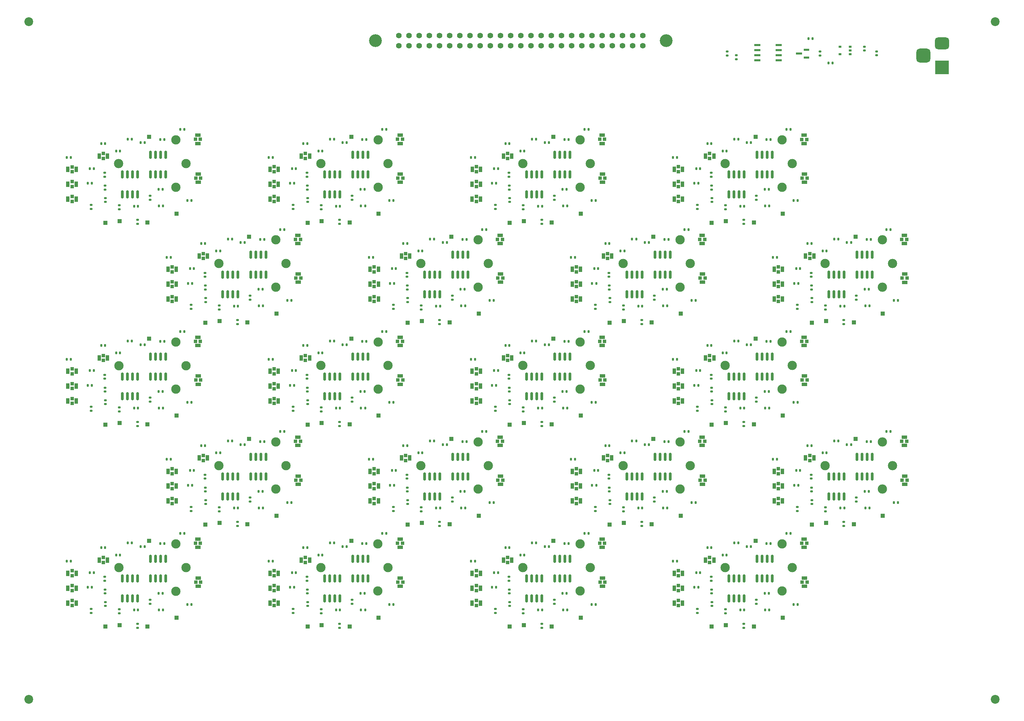
<source format=gbr>
%TF.GenerationSoftware,KiCad,Pcbnew,7.0.2*%
%TF.CreationDate,2023-07-28T09:13:52+01:00*%
%TF.ProjectId,Air quality project,41697220-7175-4616-9c69-74792070726f,rev?*%
%TF.SameCoordinates,Original*%
%TF.FileFunction,Soldermask,Bot*%
%TF.FilePolarity,Negative*%
%FSLAX46Y46*%
G04 Gerber Fmt 4.6, Leading zero omitted, Abs format (unit mm)*
G04 Created by KiCad (PCBNEW 7.0.2) date 2023-07-28 09:13:52*
%MOMM*%
%LPD*%
G01*
G04 APERTURE LIST*
G04 Aperture macros list*
%AMRoundRect*
0 Rectangle with rounded corners*
0 $1 Rounding radius*
0 $2 $3 $4 $5 $6 $7 $8 $9 X,Y pos of 4 corners*
0 Add a 4 corners polygon primitive as box body*
4,1,4,$2,$3,$4,$5,$6,$7,$8,$9,$2,$3,0*
0 Add four circle primitives for the rounded corners*
1,1,$1+$1,$2,$3*
1,1,$1+$1,$4,$5*
1,1,$1+$1,$6,$7*
1,1,$1+$1,$8,$9*
0 Add four rect primitives between the rounded corners*
20,1,$1+$1,$2,$3,$4,$5,0*
20,1,$1+$1,$4,$5,$6,$7,0*
20,1,$1+$1,$6,$7,$8,$9,0*
20,1,$1+$1,$8,$9,$2,$3,0*%
G04 Aperture macros list end*
%ADD10C,2.311400*%
%ADD11C,2.200000*%
%ADD12C,3.200400*%
%ADD13C,1.397000*%
%ADD14R,3.500000X3.500000*%
%ADD15RoundRect,0.750000X-1.000000X0.750000X-1.000000X-0.750000X1.000000X-0.750000X1.000000X0.750000X0*%
%ADD16RoundRect,0.875000X-0.875000X0.875000X-0.875000X-0.875000X0.875000X-0.875000X0.875000X0.875000X0*%
%ADD17R,1.000000X1.000000*%
%ADD18RoundRect,0.135000X0.135000X0.185000X-0.135000X0.185000X-0.135000X-0.185000X0.135000X-0.185000X0*%
%ADD19RoundRect,0.135000X-0.135000X-0.185000X0.135000X-0.185000X0.135000X0.185000X-0.135000X0.185000X0*%
%ADD20RoundRect,0.140000X0.170000X-0.140000X0.170000X0.140000X-0.170000X0.140000X-0.170000X-0.140000X0*%
%ADD21R,0.863600X1.346200*%
%ADD22R,0.812800X0.812800*%
%ADD23R,1.346200X0.863600*%
%ADD24RoundRect,0.135000X0.185000X-0.135000X0.185000X0.135000X-0.185000X0.135000X-0.185000X-0.135000X0*%
%ADD25RoundRect,0.150000X-0.150000X0.825000X-0.150000X-0.825000X0.150000X-0.825000X0.150000X0.825000X0*%
%ADD26RoundRect,0.140000X-0.170000X0.140000X-0.170000X-0.140000X0.170000X-0.140000X0.170000X0.140000X0*%
%ADD27RoundRect,0.150000X0.150000X-0.825000X0.150000X0.825000X-0.150000X0.825000X-0.150000X-0.825000X0*%
%ADD28RoundRect,0.140000X0.140000X0.170000X-0.140000X0.170000X-0.140000X-0.170000X0.140000X-0.170000X0*%
%ADD29RoundRect,0.135000X-0.185000X0.135000X-0.185000X-0.135000X0.185000X-0.135000X0.185000X0.135000X0*%
%ADD30R,1.549400X0.558800*%
%ADD31R,0.800001X0.549999*%
%ADD32R,1.320800X0.558800*%
%ADD33R,1.587500X0.558800*%
G04 APERTURE END LIST*
D10*
%TO.C,J2*%
X59283000Y-63900501D03*
X61803000Y-58000501D03*
X59283000Y-52100501D03*
X45003000Y-58000501D03*
%TD*%
%TO.C,J4*%
X59290000Y-114430001D03*
X61810000Y-108530001D03*
X59290000Y-102630001D03*
X45010000Y-108530001D03*
%TD*%
D11*
%TO.C,REF\u002A\u002A*%
X263980000Y-22510000D03*
%TD*%
D10*
%TO.C,J5*%
X59290000Y-164920001D03*
X61810000Y-159020001D03*
X59290000Y-153120001D03*
X45010000Y-159020001D03*
%TD*%
%TO.C,J15*%
X160270000Y-164900001D03*
X162790000Y-159000001D03*
X160270000Y-153100001D03*
X145990000Y-159000001D03*
%TD*%
%TO.C,J18*%
X210780000Y-63900001D03*
X213300000Y-58000001D03*
X210780000Y-52100001D03*
X196500000Y-58000001D03*
%TD*%
D11*
%TO.C,REF\u002A\u002A*%
X263980000Y-191980000D03*
%TD*%
%TO.C,REF\u002A\u002A*%
X22520000Y-191980000D03*
%TD*%
D10*
%TO.C,J10*%
X109770000Y-164900001D03*
X112290000Y-159000001D03*
X109770000Y-153100001D03*
X95490000Y-159000001D03*
%TD*%
%TO.C,J8*%
X109780000Y-63900001D03*
X112300000Y-58000001D03*
X109780000Y-52100001D03*
X95500000Y-58000001D03*
%TD*%
%TO.C,J12*%
X134780000Y-139400001D03*
X137300000Y-133500001D03*
X134780000Y-127600001D03*
X120500000Y-133500001D03*
%TD*%
%TO.C,J9*%
X109780000Y-114400001D03*
X112300000Y-108500001D03*
X109780000Y-102600001D03*
X95500000Y-108500001D03*
%TD*%
D12*
%TO.C,J3*%
X109179996Y-27270000D03*
X181780004Y-27270000D03*
D13*
X115000000Y-26000000D03*
X115000000Y-28540000D03*
X117540000Y-26000000D03*
X117540000Y-28540000D03*
X120080000Y-26000000D03*
X120080000Y-28540000D03*
X122620000Y-26000000D03*
X122620000Y-28540000D03*
X125160000Y-26000000D03*
X125160000Y-28540000D03*
X127700000Y-26000000D03*
X127700000Y-28540000D03*
X130240000Y-26000000D03*
X130240000Y-28540000D03*
X132780000Y-26000000D03*
X132780000Y-28540000D03*
X135320000Y-26000000D03*
X135320000Y-28540000D03*
X137860000Y-26000000D03*
X137860000Y-28540000D03*
X140400000Y-26000000D03*
X140400000Y-28540000D03*
X142940000Y-26000000D03*
X142940000Y-28540000D03*
X145480000Y-26000000D03*
X145480000Y-28540000D03*
X148020000Y-26000000D03*
X148020000Y-28540000D03*
X150560000Y-26000000D03*
X150560000Y-28540000D03*
X153100000Y-26000000D03*
X153100000Y-28540000D03*
X155640000Y-26000000D03*
X155640000Y-28540000D03*
X158180000Y-26000000D03*
X158180000Y-28540000D03*
X160720000Y-26000000D03*
X160720000Y-28540000D03*
X163260000Y-26000000D03*
X163260000Y-28540000D03*
X165800000Y-26000000D03*
X165800000Y-28540000D03*
X168340000Y-26000000D03*
X168340000Y-28540000D03*
X170880000Y-26000000D03*
X170880000Y-28540000D03*
X173420000Y-26000000D03*
X173420000Y-28540000D03*
X175960000Y-26000000D03*
X175960000Y-28540000D03*
%TD*%
D10*
%TO.C,J6*%
X84280000Y-88900001D03*
X86800000Y-83000001D03*
X84280000Y-77100001D03*
X70000000Y-83000001D03*
%TD*%
%TO.C,J16*%
X185280000Y-88900001D03*
X187800000Y-83000001D03*
X185280000Y-77100001D03*
X171000000Y-83000001D03*
%TD*%
D14*
%TO.C,J1*%
X250730000Y-33970000D03*
D15*
X250730000Y-27970000D03*
D16*
X246030000Y-30970000D03*
%TD*%
D10*
%TO.C,J19*%
X210780000Y-114400001D03*
X213300000Y-108500001D03*
X210780000Y-102600001D03*
X196500000Y-108500001D03*
%TD*%
%TO.C,J17*%
X185280000Y-139400001D03*
X187800000Y-133500001D03*
X185280000Y-127600001D03*
X171000000Y-133500001D03*
%TD*%
%TO.C,J11*%
X134780000Y-88900001D03*
X137300000Y-83000001D03*
X134780000Y-77100001D03*
X120500000Y-83000001D03*
%TD*%
%TO.C,J7*%
X84280000Y-139400001D03*
X86800000Y-133500001D03*
X84280000Y-127600001D03*
X70000000Y-133500001D03*
%TD*%
%TO.C,J13*%
X160280000Y-63900001D03*
X162800000Y-58000001D03*
X160280000Y-52100001D03*
X146000000Y-58000001D03*
%TD*%
%TO.C,J22*%
X235780000Y-139400001D03*
X238300000Y-133500001D03*
X235780000Y-127600001D03*
X221500000Y-133500001D03*
%TD*%
D11*
%TO.C,REF\u002A\u002A*%
X22520000Y-22520000D03*
%TD*%
D10*
%TO.C,J21*%
X235780000Y-88900001D03*
X238300000Y-83000001D03*
X235780000Y-77100001D03*
X221500000Y-83000001D03*
%TD*%
%TO.C,J14*%
X160280000Y-114400001D03*
X162800000Y-108500001D03*
X160280000Y-102600001D03*
X146000000Y-108500001D03*
%TD*%
%TO.C,J20*%
X210770000Y-164900001D03*
X213290000Y-159000001D03*
X210770000Y-153100001D03*
X196490000Y-159000001D03*
%TD*%
D17*
%TO.C,TP4_17*%
X193170000Y-123290000D03*
%TD*%
D18*
%TO.C,R10_5*%
X81390000Y-127490000D03*
X80370000Y-127490000D03*
%TD*%
%TO.C,R11_4*%
X80930000Y-89450000D03*
X79910000Y-89450000D03*
%TD*%
D17*
%TO.C,TP5_8*%
X95710000Y-173380000D03*
%TD*%
D18*
%TO.C,R15_7*%
X88800000Y-113450000D03*
X87780000Y-113450000D03*
%TD*%
D17*
%TO.C,TP3_18*%
X204100000Y-152320000D03*
%TD*%
D18*
%TO.C,R3*%
X218400000Y-26810000D03*
X217380000Y-26810000D03*
%TD*%
D19*
%TO.C,R14_11*%
X148270000Y-51880000D03*
X149290000Y-51880000D03*
%TD*%
D20*
%TO.C,C6_17*%
X193010000Y-111780000D03*
X193010000Y-110820000D03*
%TD*%
D21*
%TO.C,U3_5*%
X59360000Y-138650000D03*
X57302600Y-138650000D03*
D22*
X58331300Y-138027700D03*
X58331300Y-139272300D03*
%TD*%
D23*
%TO.C,U37_3*%
X64860000Y-161620000D03*
X64860000Y-163677400D03*
D22*
X64237700Y-162648700D03*
X65482300Y-162648700D03*
%TD*%
D18*
%TO.C,R11_14*%
X181930000Y-89450000D03*
X180910000Y-89450000D03*
%TD*%
D17*
%TO.C,TP1_20*%
X235920000Y-146040000D03*
%TD*%
D24*
%TO.C,R9_14*%
X175670000Y-98110000D03*
X175670000Y-97090000D03*
%TD*%
D18*
%TO.C,R5_15*%
X189160000Y-142740000D03*
X188140000Y-142740000D03*
%TD*%
D21*
%TO.C,U40_9*%
X109860000Y-91880000D03*
X107802600Y-91880000D03*
D22*
X108831300Y-91257700D03*
X108831300Y-92502300D03*
%TD*%
D18*
%TO.C,R15_3*%
X38300000Y-163950000D03*
X37280000Y-163950000D03*
%TD*%
D25*
%TO.C,U2_1*%
X52960000Y-55800000D03*
X54230000Y-55800000D03*
X55500000Y-55800000D03*
X56770000Y-55800000D03*
X56770000Y-60750000D03*
X55500000Y-60750000D03*
X54230000Y-60750000D03*
X52960000Y-60750000D03*
%TD*%
D20*
%TO.C,C5_13*%
X142600000Y-165490000D03*
X142600000Y-164530000D03*
%TD*%
D17*
%TO.C,TP1_3*%
X59420000Y-171540000D03*
%TD*%
D19*
%TO.C,R4_15*%
X186340000Y-124980000D03*
X187360000Y-124980000D03*
%TD*%
D23*
%TO.C,U37_2*%
X64860000Y-111120000D03*
X64860000Y-113177400D03*
D22*
X64237700Y-112148700D03*
X65482300Y-112148700D03*
%TD*%
D24*
%TO.C,R8_15*%
X171090000Y-144970000D03*
X171090000Y-143950000D03*
%TD*%
D21*
%TO.C,U39_9*%
X109860000Y-84440000D03*
X107802600Y-84440000D03*
D22*
X108831300Y-83817700D03*
X108831300Y-85062300D03*
%TD*%
D17*
%TO.C,TP1_11*%
X160420000Y-70540000D03*
%TD*%
D19*
%TO.C,R14_17*%
X198770000Y-102380000D03*
X199790000Y-102380000D03*
%TD*%
D26*
%TO.C,C4_10*%
X117200000Y-142160000D03*
X117200000Y-143120000D03*
%TD*%
D19*
%TO.C,R6_12*%
X151450000Y-103270000D03*
X152470000Y-103270000D03*
%TD*%
D24*
%TO.C,R9_15*%
X175670000Y-148610000D03*
X175670000Y-147590000D03*
%TD*%
D23*
%TO.C,U36_2*%
X64780000Y-101420000D03*
X64780000Y-103477400D03*
D22*
X64157700Y-102448700D03*
X65402300Y-102448700D03*
%TD*%
D19*
%TO.C,R14_12*%
X148270000Y-102380000D03*
X149290000Y-102380000D03*
%TD*%
D17*
%TO.C,TP3_11*%
X153600000Y-51320000D03*
%TD*%
%TO.C,TP2_14*%
X178170000Y-97710000D03*
%TD*%
D18*
%TO.C,R10_17*%
X207890000Y-102490000D03*
X206870000Y-102490000D03*
%TD*%
D24*
%TO.C,R8_7*%
X95590000Y-119970000D03*
X95590000Y-118950000D03*
%TD*%
D27*
%TO.C,U4_5*%
X74740000Y-141210000D03*
X73470000Y-141210000D03*
X72200000Y-141210000D03*
X70930000Y-141210000D03*
X70930000Y-136260000D03*
X72200000Y-136260000D03*
X73470000Y-136260000D03*
X74740000Y-136260000D03*
%TD*%
D19*
%TO.C,R16_14*%
X157990000Y-81450000D03*
X159010000Y-81450000D03*
%TD*%
D21*
%TO.C,U40_2*%
X34360000Y-117370000D03*
X32302600Y-117370000D03*
D22*
X33331300Y-116747700D03*
X33331300Y-117992300D03*
%TD*%
D17*
%TO.C,TP3_14*%
X178600000Y-76320000D03*
%TD*%
D18*
%TO.C,R5_2*%
X63160000Y-117740000D03*
X62140000Y-117740000D03*
%TD*%
%TO.C,R10_8*%
X106890000Y-152990000D03*
X105870000Y-152990000D03*
%TD*%
D19*
%TO.C,R6_18*%
X201950000Y-153770000D03*
X202970000Y-153770000D03*
%TD*%
D25*
%TO.C,U2_6*%
X103460000Y-55800000D03*
X104730000Y-55800000D03*
X106000000Y-55800000D03*
X107270000Y-55800000D03*
X107270000Y-60750000D03*
X106000000Y-60750000D03*
X104730000Y-60750000D03*
X103460000Y-60750000D03*
%TD*%
D28*
%TO.C,C8_7*%
X92080000Y-103510000D03*
X91120000Y-103510000D03*
%TD*%
D17*
%TO.C,TP3_5*%
X77600000Y-126820000D03*
%TD*%
D21*
%TO.C,U3_13*%
X135360000Y-164150000D03*
X133302600Y-164150000D03*
D22*
X134331300Y-163527700D03*
X134331300Y-164772300D03*
%TD*%
D24*
%TO.C,R9_4*%
X74670000Y-98110000D03*
X74670000Y-97090000D03*
%TD*%
D26*
%TO.C,C4_12*%
X142700000Y-117160000D03*
X142700000Y-118120000D03*
%TD*%
D27*
%TO.C,U4_9*%
X125240000Y-90710000D03*
X123970000Y-90710000D03*
X122700000Y-90710000D03*
X121430000Y-90710000D03*
X121430000Y-85760000D03*
X122700000Y-85760000D03*
X123970000Y-85760000D03*
X125240000Y-85760000D03*
%TD*%
D19*
%TO.C,R4_11*%
X161340000Y-49480000D03*
X162360000Y-49480000D03*
%TD*%
%TO.C,R4_2*%
X60340000Y-99980000D03*
X61360000Y-99980000D03*
%TD*%
D17*
%TO.C,TP4_10*%
X117170000Y-148290000D03*
%TD*%
D20*
%TO.C,C6_10*%
X117010000Y-136780000D03*
X117010000Y-135820000D03*
%TD*%
D17*
%TO.C,TP4_3*%
X41670000Y-173790000D03*
%TD*%
D18*
%TO.C,R5_17*%
X214660000Y-117740000D03*
X213640000Y-117740000D03*
%TD*%
D21*
%TO.C,U38_7*%
X92678700Y-106622300D03*
X90621300Y-106622300D03*
D22*
X91650000Y-106000000D03*
X91650000Y-107244600D03*
%TD*%
D23*
%TO.C,U36_1*%
X64780000Y-50920000D03*
X64780000Y-52977400D03*
D22*
X64157700Y-51948700D03*
X65402300Y-51948700D03*
%TD*%
D17*
%TO.C,TP4_9*%
X117170000Y-97790000D03*
%TD*%
D21*
%TO.C,U3_6*%
X84858700Y-63157700D03*
X82801300Y-63157700D03*
D22*
X83830000Y-62535400D03*
X83830000Y-63780000D03*
%TD*%
D18*
%TO.C,R10_7*%
X106890000Y-102490000D03*
X105870000Y-102490000D03*
%TD*%
D28*
%TO.C,C9_11*%
X146340000Y-54850000D03*
X145380000Y-54850000D03*
%TD*%
D19*
%TO.C,R16_19*%
X208490000Y-81450000D03*
X209510000Y-81450000D03*
%TD*%
D23*
%TO.C,U36_9*%
X140280000Y-75920000D03*
X140280000Y-77977400D03*
D22*
X139657700Y-76948700D03*
X140902300Y-76948700D03*
%TD*%
D29*
%TO.C,R7_15*%
X164090000Y-143830000D03*
X164090000Y-144850000D03*
%TD*%
D19*
%TO.C,R16_5*%
X56990000Y-131950000D03*
X58010000Y-131950000D03*
%TD*%
D24*
%TO.C,R9_10*%
X125170000Y-148610000D03*
X125170000Y-147590000D03*
%TD*%
D25*
%TO.C,U2_12*%
X153960000Y-106300000D03*
X155230000Y-106300000D03*
X156500000Y-106300000D03*
X157770000Y-106300000D03*
X157770000Y-111250000D03*
X156500000Y-111250000D03*
X155230000Y-111250000D03*
X153960000Y-111250000D03*
%TD*%
D28*
%TO.C,C9_16*%
X196840000Y-54850000D03*
X195880000Y-54850000D03*
%TD*%
D18*
%TO.C,R15_17*%
X189800000Y-113450000D03*
X188780000Y-113450000D03*
%TD*%
%TO.C,R12_5*%
X81060000Y-144110000D03*
X80040000Y-144110000D03*
%TD*%
D17*
%TO.C,TP4_7*%
X92170000Y-123290000D03*
%TD*%
D21*
%TO.C,U3_18*%
X185860000Y-164150000D03*
X183802600Y-164150000D03*
D22*
X184831300Y-163527700D03*
X184831300Y-164772300D03*
%TD*%
D30*
%TO.C,CR1*%
X209920000Y-28400000D03*
X209920000Y-29670000D03*
X209920000Y-30940000D03*
X209920000Y-32210000D03*
X204560600Y-32210000D03*
X204560600Y-30940000D03*
X204560600Y-29670000D03*
X204560600Y-28400000D03*
%TD*%
D21*
%TO.C,U3_7*%
X84860000Y-113650000D03*
X82802600Y-113650000D03*
D22*
X83831300Y-113027700D03*
X83831300Y-114272300D03*
%TD*%
D24*
%TO.C,R13_13*%
X153820000Y-168050000D03*
X153820000Y-167030000D03*
%TD*%
D18*
%TO.C,R12_14*%
X182060000Y-93610000D03*
X181040000Y-93610000D03*
%TD*%
%TO.C,R12_18*%
X207560000Y-169610000D03*
X206540000Y-169610000D03*
%TD*%
D28*
%TO.C,C3_3*%
X49780000Y-169640000D03*
X48820000Y-169640000D03*
%TD*%
D17*
%TO.C,TP2_9*%
X127670000Y-97710000D03*
%TD*%
D28*
%TO.C,C3_15*%
X175780000Y-144140000D03*
X174820000Y-144140000D03*
%TD*%
D29*
%TO.C,R7_16*%
X189590000Y-68330000D03*
X189590000Y-69350000D03*
%TD*%
D24*
%TO.C,R8_14*%
X171090000Y-94470000D03*
X171090000Y-93450000D03*
%TD*%
D28*
%TO.C,C8_9*%
X117080000Y-78010000D03*
X116120000Y-78010000D03*
%TD*%
D18*
%TO.C,R5_19*%
X239660000Y-92240000D03*
X238640000Y-92240000D03*
%TD*%
D27*
%TO.C,U4_6*%
X100240000Y-65710000D03*
X98970000Y-65710000D03*
X97700000Y-65710000D03*
X96430000Y-65710000D03*
X96430000Y-60760000D03*
X97700000Y-60760000D03*
X98970000Y-60760000D03*
X100240000Y-60760000D03*
%TD*%
D24*
%TO.C,R13_14*%
X178820000Y-92050000D03*
X178820000Y-91030000D03*
%TD*%
%TO.C,R13_12*%
X153820000Y-117550000D03*
X153820000Y-116530000D03*
%TD*%
D21*
%TO.C,U39_13*%
X135358700Y-160442300D03*
X133301300Y-160442300D03*
D22*
X134330000Y-159820000D03*
X134330000Y-161064600D03*
%TD*%
D18*
%TO.C,R11_16*%
X207430000Y-64450000D03*
X206410000Y-64450000D03*
%TD*%
D21*
%TO.C,U3_9*%
X109860000Y-88160000D03*
X107802600Y-88160000D03*
D22*
X108831300Y-87537700D03*
X108831300Y-88782300D03*
%TD*%
D18*
%TO.C,R1*%
X223370000Y-32850000D03*
X222350000Y-32850000D03*
%TD*%
D17*
%TO.C,TP4_12*%
X142670000Y-123290000D03*
%TD*%
D28*
%TO.C,C7_10*%
X114260000Y-134750000D03*
X113300000Y-134750000D03*
%TD*%
D21*
%TO.C,U3_19*%
X210858700Y-88162300D03*
X208801300Y-88162300D03*
D22*
X209830000Y-87540000D03*
X209830000Y-88784600D03*
%TD*%
D18*
%TO.C,R12_4*%
X81060000Y-93610000D03*
X80040000Y-93610000D03*
%TD*%
D26*
%TO.C,C4_16*%
X193200000Y-66660000D03*
X193200000Y-67620000D03*
%TD*%
D18*
%TO.C,R15_12*%
X139300000Y-113450000D03*
X138280000Y-113450000D03*
%TD*%
D20*
%TO.C,C5_2*%
X41600000Y-114990000D03*
X41600000Y-114030000D03*
%TD*%
D21*
%TO.C,U3_16*%
X185857400Y-63160000D03*
X183800000Y-63160000D03*
D22*
X184828700Y-62537700D03*
X184828700Y-63782300D03*
%TD*%
D21*
%TO.C,U3_2*%
X34358700Y-113647700D03*
X32301300Y-113647700D03*
D22*
X33330000Y-113025400D03*
X33330000Y-114270000D03*
%TD*%
D18*
%TO.C,R12_6*%
X106560000Y-68610000D03*
X105540000Y-68610000D03*
%TD*%
%TO.C,R5_11*%
X164160000Y-67240000D03*
X163140000Y-67240000D03*
%TD*%
%TO.C,R10_14*%
X182390000Y-76990000D03*
X181370000Y-76990000D03*
%TD*%
D17*
%TO.C,TP2_5*%
X77170000Y-148210000D03*
%TD*%
D19*
%TO.C,R6_19*%
X226950000Y-77770000D03*
X227970000Y-77770000D03*
%TD*%
D17*
%TO.C,TP3_8*%
X103100000Y-152320000D03*
%TD*%
D28*
%TO.C,C3_8*%
X100280000Y-169640000D03*
X99320000Y-169640000D03*
%TD*%
%TO.C,C3_18*%
X201280000Y-169640000D03*
X200320000Y-169640000D03*
%TD*%
D17*
%TO.C,TP1_12*%
X160420000Y-121040000D03*
%TD*%
D28*
%TO.C,C8_13*%
X142580000Y-154010000D03*
X141620000Y-154010000D03*
%TD*%
%TO.C,C7_8*%
X89260000Y-160250000D03*
X88300000Y-160250000D03*
%TD*%
%TO.C,C8_11*%
X142580000Y-53010000D03*
X141620000Y-53010000D03*
%TD*%
D23*
%TO.C,U37_6*%
X115360000Y-60620000D03*
X115360000Y-62677400D03*
D22*
X114737700Y-61648700D03*
X115982300Y-61648700D03*
%TD*%
D17*
%TO.C,TP3_16*%
X204100000Y-51320000D03*
%TD*%
D23*
%TO.C,U36_3*%
X64780000Y-151920000D03*
X64780000Y-153977400D03*
D22*
X64157700Y-152948700D03*
X65402300Y-152948700D03*
%TD*%
D29*
%TO.C,R7_20*%
X214590000Y-143830000D03*
X214590000Y-144850000D03*
%TD*%
D21*
%TO.C,U40_15*%
X160358700Y-142372300D03*
X158301300Y-142372300D03*
D22*
X159330000Y-141750000D03*
X159330000Y-142994600D03*
%TD*%
D17*
%TO.C,TP5_16*%
X196710000Y-72380000D03*
%TD*%
D27*
%TO.C,U4_14*%
X175740000Y-90710000D03*
X174470000Y-90710000D03*
X173200000Y-90710000D03*
X171930000Y-90710000D03*
X171930000Y-85760000D03*
X173200000Y-85760000D03*
X174470000Y-85760000D03*
X175740000Y-85760000D03*
%TD*%
D18*
%TO.C,R11_12*%
X156930000Y-114950000D03*
X155910000Y-114950000D03*
%TD*%
%TO.C,R5_14*%
X189160000Y-92240000D03*
X188140000Y-92240000D03*
%TD*%
%TO.C,R10_4*%
X81390000Y-76990000D03*
X80370000Y-76990000D03*
%TD*%
D24*
%TO.C,R13_16*%
X204320000Y-67050000D03*
X204320000Y-66030000D03*
%TD*%
D21*
%TO.C,U38_19*%
X218678700Y-81122300D03*
X216621300Y-81122300D03*
D22*
X217650000Y-80500000D03*
X217650000Y-81744600D03*
%TD*%
D20*
%TO.C,C5_1*%
X41600000Y-64490000D03*
X41600000Y-63530000D03*
%TD*%
D24*
%TO.C,R9_7*%
X100170000Y-123610000D03*
X100170000Y-122590000D03*
%TD*%
D17*
%TO.C,TP1_1*%
X59420000Y-70540000D03*
%TD*%
D21*
%TO.C,U38_1*%
X42180000Y-56120000D03*
X40122600Y-56120000D03*
D22*
X41151300Y-55497700D03*
X41151300Y-56742300D03*
%TD*%
D17*
%TO.C,TP2_6*%
X102670000Y-72710000D03*
%TD*%
%TO.C,TP3_9*%
X128100000Y-76320000D03*
%TD*%
D19*
%TO.C,R16_17*%
X183490000Y-106950000D03*
X184510000Y-106950000D03*
%TD*%
D24*
%TO.C,R9_12*%
X150670000Y-123610000D03*
X150670000Y-122590000D03*
%TD*%
D17*
%TO.C,TP4_5*%
X66670000Y-148290000D03*
%TD*%
D26*
%TO.C,C4_7*%
X92200000Y-117160000D03*
X92200000Y-118120000D03*
%TD*%
D28*
%TO.C,C7_2*%
X38760000Y-109750000D03*
X37800000Y-109750000D03*
%TD*%
D19*
%TO.C,R16_20*%
X208490000Y-131950000D03*
X209510000Y-131950000D03*
%TD*%
D23*
%TO.C,U36_19*%
X241280000Y-75920000D03*
X241280000Y-77977400D03*
D22*
X240657700Y-76948700D03*
X241902300Y-76948700D03*
%TD*%
D17*
%TO.C,TP4_4*%
X66670000Y-97790000D03*
%TD*%
%TO.C,TP2_19*%
X228670000Y-97710000D03*
%TD*%
D19*
%TO.C,R4_16*%
X211840000Y-49480000D03*
X212860000Y-49480000D03*
%TD*%
D18*
%TO.C,R15_8*%
X88800000Y-163950000D03*
X87780000Y-163950000D03*
%TD*%
D26*
%TO.C,C4_13*%
X142700000Y-167660000D03*
X142700000Y-168620000D03*
%TD*%
D17*
%TO.C,TP5_12*%
X146210000Y-122880000D03*
%TD*%
D19*
%TO.C,R14_3*%
X47270000Y-152880000D03*
X48290000Y-152880000D03*
%TD*%
%TO.C,R16_18*%
X183490000Y-157450000D03*
X184510000Y-157450000D03*
%TD*%
%TO.C,R6_10*%
X125950000Y-128270000D03*
X126970000Y-128270000D03*
%TD*%
D20*
%TO.C,C6_19*%
X218010000Y-86280000D03*
X218010000Y-85320000D03*
%TD*%
D24*
%TO.C,R8_10*%
X120590000Y-144970000D03*
X120590000Y-143950000D03*
%TD*%
D19*
%TO.C,R14_8*%
X97770000Y-152880000D03*
X98790000Y-152880000D03*
%TD*%
%TO.C,R4_12*%
X161340000Y-99980000D03*
X162360000Y-99980000D03*
%TD*%
D29*
%TO.C,R7_6*%
X88590000Y-68330000D03*
X88590000Y-69350000D03*
%TD*%
D17*
%TO.C,TP5_3*%
X45210000Y-173380000D03*
%TD*%
D26*
%TO.C,C4_14*%
X167700000Y-91660000D03*
X167700000Y-92620000D03*
%TD*%
D28*
%TO.C,C9_3*%
X45340000Y-155850000D03*
X44380000Y-155850000D03*
%TD*%
D24*
%TO.C,R8_6*%
X95590000Y-69470000D03*
X95590000Y-68450000D03*
%TD*%
D17*
%TO.C,TP5_1*%
X45210000Y-72380000D03*
%TD*%
D25*
%TO.C,U2_13*%
X153960000Y-156800000D03*
X155230000Y-156800000D03*
X156500000Y-156800000D03*
X157770000Y-156800000D03*
X157770000Y-161750000D03*
X156500000Y-161750000D03*
X155230000Y-161750000D03*
X153960000Y-161750000D03*
%TD*%
D28*
%TO.C,C3_1*%
X49780000Y-68640000D03*
X48820000Y-68640000D03*
%TD*%
D24*
%TO.C,R9_2*%
X49670000Y-123610000D03*
X49670000Y-122590000D03*
%TD*%
D28*
%TO.C,C7_20*%
X215260000Y-134750000D03*
X214300000Y-134750000D03*
%TD*%
D17*
%TO.C,TP3_20*%
X229100000Y-126820000D03*
%TD*%
D21*
%TO.C,U39_12*%
X135358700Y-109937700D03*
X133301300Y-109937700D03*
D22*
X134330000Y-109315400D03*
X134330000Y-110560000D03*
%TD*%
D19*
%TO.C,R16_15*%
X157990000Y-131950000D03*
X159010000Y-131950000D03*
%TD*%
D25*
%TO.C,U2_18*%
X204460000Y-156800000D03*
X205730000Y-156800000D03*
X207000000Y-156800000D03*
X208270000Y-156800000D03*
X208270000Y-161750000D03*
X207000000Y-161750000D03*
X205730000Y-161750000D03*
X204460000Y-161750000D03*
%TD*%
D18*
%TO.C,R15_20*%
X214800000Y-138450000D03*
X213780000Y-138450000D03*
%TD*%
D24*
%TO.C,R13_5*%
X77820000Y-142550000D03*
X77820000Y-141530000D03*
%TD*%
%TO.C,R8_11*%
X146090000Y-69470000D03*
X146090000Y-68450000D03*
%TD*%
D19*
%TO.C,R6_13*%
X151450000Y-153770000D03*
X152470000Y-153770000D03*
%TD*%
D17*
%TO.C,TP2_2*%
X52170000Y-123210000D03*
%TD*%
%TO.C,TP4_18*%
X193170000Y-173790000D03*
%TD*%
%TO.C,TP1_5*%
X84420000Y-146040000D03*
%TD*%
D29*
%TO.C,R7_4*%
X63090000Y-93330000D03*
X63090000Y-94350000D03*
%TD*%
D23*
%TO.C,U37_19*%
X241360000Y-85630000D03*
X241360000Y-87687400D03*
D22*
X240737700Y-86658700D03*
X241982300Y-86658700D03*
%TD*%
D17*
%TO.C,TP3_19*%
X229100000Y-76320000D03*
%TD*%
D28*
%TO.C,C9_14*%
X171340000Y-79850000D03*
X170380000Y-79850000D03*
%TD*%
D19*
%TO.C,R4_13*%
X161340000Y-150480000D03*
X162360000Y-150480000D03*
%TD*%
D21*
%TO.C,U40_1*%
X34358700Y-66875700D03*
X32301300Y-66875700D03*
D22*
X33330000Y-66253400D03*
X33330000Y-67498000D03*
%TD*%
D20*
%TO.C,C6_8*%
X92010000Y-162280000D03*
X92010000Y-161320000D03*
%TD*%
D26*
%TO.C,C4_11*%
X142700000Y-66660000D03*
X142700000Y-67620000D03*
%TD*%
D21*
%TO.C,U38_17*%
X193680000Y-106620000D03*
X191622600Y-106620000D03*
D22*
X192651300Y-105997700D03*
X192651300Y-107242300D03*
%TD*%
D28*
%TO.C,C7_4*%
X63760000Y-84250000D03*
X62800000Y-84250000D03*
%TD*%
D17*
%TO.C,TP3_15*%
X178600000Y-126820000D03*
%TD*%
D29*
%TO.C,R7_11*%
X139090000Y-68330000D03*
X139090000Y-69350000D03*
%TD*%
D21*
%TO.C,U40_16*%
X185860000Y-66880000D03*
X183802600Y-66880000D03*
D22*
X184831300Y-66257700D03*
X184831300Y-67502300D03*
%TD*%
D18*
%TO.C,R15_2*%
X38300000Y-113450000D03*
X37280000Y-113450000D03*
%TD*%
D26*
%TO.C,C4_4*%
X66700000Y-91660000D03*
X66700000Y-92620000D03*
%TD*%
D23*
%TO.C,U37_9*%
X140360000Y-85620000D03*
X140360000Y-87677400D03*
D22*
X139737700Y-86648700D03*
X140982300Y-86648700D03*
%TD*%
D26*
%TO.C,C4_17*%
X193200000Y-117160000D03*
X193200000Y-118120000D03*
%TD*%
D18*
%TO.C,R12_8*%
X106560000Y-169610000D03*
X105540000Y-169610000D03*
%TD*%
%TO.C,R5_4*%
X88160000Y-92240000D03*
X87140000Y-92240000D03*
%TD*%
%TO.C,R12_12*%
X157060000Y-119110000D03*
X156040000Y-119110000D03*
%TD*%
%TO.C,R11_11*%
X156930000Y-64450000D03*
X155910000Y-64450000D03*
%TD*%
D17*
%TO.C,TP3_4*%
X77600000Y-76320000D03*
%TD*%
D28*
%TO.C,C9_4*%
X70340000Y-79850000D03*
X69380000Y-79850000D03*
%TD*%
D19*
%TO.C,R4_4*%
X85340000Y-74480000D03*
X86360000Y-74480000D03*
%TD*%
D31*
%TO.C,U44*%
X227750001Y-28759999D03*
X227750001Y-29710000D03*
X227750001Y-30659998D03*
X225200001Y-30659998D03*
X225200001Y-28759999D03*
%TD*%
D21*
%TO.C,U39_17*%
X185858700Y-109937700D03*
X183801300Y-109937700D03*
D22*
X184830000Y-109315400D03*
X184830000Y-110560000D03*
%TD*%
D26*
%TO.C,C2*%
X231340000Y-28790000D03*
X231340000Y-29750000D03*
%TD*%
D19*
%TO.C,R16_9*%
X107490000Y-81450000D03*
X108510000Y-81450000D03*
%TD*%
D29*
%TO.C,R_CLK*%
X197040000Y-30000000D03*
X197040000Y-31020000D03*
%TD*%
D20*
%TO.C,C5_19*%
X218100000Y-89490000D03*
X218100000Y-88530000D03*
%TD*%
D28*
%TO.C,C3_4*%
X74780000Y-93640000D03*
X73820000Y-93640000D03*
%TD*%
D20*
%TO.C,C5_8*%
X92100000Y-165490000D03*
X92100000Y-164530000D03*
%TD*%
D18*
%TO.C,R5_10*%
X138660000Y-142740000D03*
X137640000Y-142740000D03*
%TD*%
D17*
%TO.C,TP5_11*%
X146210000Y-72380000D03*
%TD*%
D24*
%TO.C,R9_6*%
X100170000Y-73110000D03*
X100170000Y-72090000D03*
%TD*%
D23*
%TO.C,U36_8*%
X115280000Y-151920000D03*
X115280000Y-153977400D03*
D22*
X114657700Y-152948700D03*
X115902300Y-152948700D03*
%TD*%
D29*
%TO.C,R7_14*%
X164090000Y-93330000D03*
X164090000Y-94350000D03*
%TD*%
D21*
%TO.C,U40_10*%
X109860000Y-142370000D03*
X107802600Y-142370000D03*
D22*
X108831300Y-141747700D03*
X108831300Y-142992300D03*
%TD*%
D21*
%TO.C,U39_1*%
X34358700Y-59440100D03*
X32301300Y-59440100D03*
D22*
X33330000Y-58817800D03*
X33330000Y-60062400D03*
%TD*%
D18*
%TO.C,R10_2*%
X56390000Y-102490000D03*
X55370000Y-102490000D03*
%TD*%
%TO.C,R11_8*%
X106430000Y-165450000D03*
X105410000Y-165450000D03*
%TD*%
D24*
%TO.C,R9_5*%
X74670000Y-148610000D03*
X74670000Y-147590000D03*
%TD*%
D18*
%TO.C,R11_5*%
X80930000Y-139950000D03*
X79910000Y-139950000D03*
%TD*%
D24*
%TO.C,R9_8*%
X100170000Y-174110000D03*
X100170000Y-173090000D03*
%TD*%
D26*
%TO.C,C4_9*%
X117200000Y-91660000D03*
X117200000Y-92620000D03*
%TD*%
D18*
%TO.C,R11_1*%
X55930000Y-64450000D03*
X54910000Y-64450000D03*
%TD*%
%TO.C,R12_7*%
X106560000Y-119110000D03*
X105540000Y-119110000D03*
%TD*%
D24*
%TO.C,R8_4*%
X70090000Y-94470000D03*
X70090000Y-93450000D03*
%TD*%
D29*
%TO.C,R7_2*%
X38090000Y-118830000D03*
X38090000Y-119850000D03*
%TD*%
D23*
%TO.C,U37_4*%
X89860000Y-85620000D03*
X89860000Y-87677400D03*
D22*
X89237700Y-86648700D03*
X90482300Y-86648700D03*
%TD*%
D26*
%TO.C,C4_1*%
X41700000Y-66660000D03*
X41700000Y-67620000D03*
%TD*%
D21*
%TO.C,U40_12*%
X135358700Y-117367700D03*
X133301300Y-117367700D03*
D22*
X134330000Y-116745400D03*
X134330000Y-117990000D03*
%TD*%
D28*
%TO.C,C8_16*%
X193080000Y-53010000D03*
X192120000Y-53010000D03*
%TD*%
D24*
%TO.C,R8_13*%
X146090000Y-170470000D03*
X146090000Y-169450000D03*
%TD*%
D21*
%TO.C,U38_4*%
X67180000Y-81120000D03*
X65122600Y-81120000D03*
D22*
X66151300Y-80497700D03*
X66151300Y-81742300D03*
%TD*%
D28*
%TO.C,C9_20*%
X221840000Y-130350000D03*
X220880000Y-130350000D03*
%TD*%
D17*
%TO.C,TP2_15*%
X178170000Y-148210000D03*
%TD*%
D24*
%TO.C,R13_15*%
X178820000Y-142550000D03*
X178820000Y-141530000D03*
%TD*%
D18*
%TO.C,R5_3*%
X63160000Y-168240000D03*
X62140000Y-168240000D03*
%TD*%
D20*
%TO.C,C5_16*%
X193100000Y-64490000D03*
X193100000Y-63530000D03*
%TD*%
D23*
%TO.C,U36_4*%
X89780000Y-75920000D03*
X89780000Y-77977400D03*
D22*
X89157700Y-76948700D03*
X90402300Y-76948700D03*
%TD*%
D19*
%TO.C,R14_10*%
X122770000Y-127380000D03*
X123790000Y-127380000D03*
%TD*%
D17*
%TO.C,TP5_6*%
X95710000Y-72380000D03*
%TD*%
D19*
%TO.C,R14_19*%
X223770000Y-76880000D03*
X224790000Y-76880000D03*
%TD*%
%TO.C,R6_16*%
X201960000Y-52770000D03*
X202980000Y-52770000D03*
%TD*%
D20*
%TO.C,C6_2*%
X41510000Y-111780000D03*
X41510000Y-110820000D03*
%TD*%
D19*
%TO.C,R6_5*%
X75450000Y-128270000D03*
X76470000Y-128270000D03*
%TD*%
D28*
%TO.C,C7_1*%
X38760000Y-59250000D03*
X37800000Y-59250000D03*
%TD*%
D25*
%TO.C,U2_14*%
X178960000Y-80800000D03*
X180230000Y-80800000D03*
X181500000Y-80800000D03*
X182770000Y-80800000D03*
X182770000Y-85750000D03*
X181500000Y-85750000D03*
X180230000Y-85750000D03*
X178960000Y-85750000D03*
%TD*%
D24*
%TO.C,R2*%
X220200000Y-30990000D03*
X220200000Y-29970000D03*
%TD*%
%TO.C,R8_2*%
X45090000Y-119970000D03*
X45090000Y-118950000D03*
%TD*%
D17*
%TO.C,TP2_18*%
X203670000Y-173710000D03*
%TD*%
D29*
%TO.C,R7_1*%
X38090000Y-68330000D03*
X38090000Y-69350000D03*
%TD*%
D28*
%TO.C,C8_8*%
X92080000Y-154010000D03*
X91120000Y-154010000D03*
%TD*%
D20*
%TO.C,C6_6*%
X92010000Y-61280000D03*
X92010000Y-60320000D03*
%TD*%
D24*
%TO.C,R8_20*%
X221590000Y-144970000D03*
X221590000Y-143950000D03*
%TD*%
D21*
%TO.C,U40_11*%
X135360000Y-66880000D03*
X133302600Y-66880000D03*
D22*
X134331300Y-66257700D03*
X134331300Y-67502300D03*
%TD*%
D18*
%TO.C,R12_16*%
X207560000Y-68610000D03*
X206540000Y-68610000D03*
%TD*%
D28*
%TO.C,C9_6*%
X95840000Y-54850000D03*
X94880000Y-54850000D03*
%TD*%
D20*
%TO.C,C5_11*%
X142600000Y-64490000D03*
X142600000Y-63530000D03*
%TD*%
D17*
%TO.C,TP3_3*%
X52600000Y-152320000D03*
%TD*%
D23*
%TO.C,U37_20*%
X241360000Y-136120000D03*
X241360000Y-138177400D03*
D22*
X240737700Y-137148700D03*
X241982300Y-137148700D03*
%TD*%
D18*
%TO.C,R5_12*%
X164160000Y-117740000D03*
X163140000Y-117740000D03*
%TD*%
%TO.C,R11_9*%
X131430000Y-89450000D03*
X130410000Y-89450000D03*
%TD*%
D21*
%TO.C,U39_18*%
X185858700Y-160442300D03*
X183801300Y-160442300D03*
D22*
X184830000Y-159820000D03*
X184830000Y-161064600D03*
%TD*%
D19*
%TO.C,R16_1*%
X31990000Y-56450000D03*
X33010000Y-56450000D03*
%TD*%
D21*
%TO.C,U3_15*%
X160360000Y-138650000D03*
X158302600Y-138650000D03*
D22*
X159331300Y-138027700D03*
X159331300Y-139272300D03*
%TD*%
D28*
%TO.C,C7_3*%
X38760000Y-160250000D03*
X37800000Y-160250000D03*
%TD*%
D18*
%TO.C,R10_13*%
X157390000Y-152990000D03*
X156370000Y-152990000D03*
%TD*%
D17*
%TO.C,TP2_16*%
X203670000Y-72710000D03*
%TD*%
D21*
%TO.C,U38_10*%
X117678700Y-131617700D03*
X115621300Y-131617700D03*
D22*
X116650000Y-130995400D03*
X116650000Y-132240000D03*
%TD*%
D28*
%TO.C,C3_13*%
X150780000Y-169640000D03*
X149820000Y-169640000D03*
%TD*%
D29*
%TO.C,R7_19*%
X214590000Y-93330000D03*
X214590000Y-94350000D03*
%TD*%
D20*
%TO.C,C6_13*%
X142510000Y-162280000D03*
X142510000Y-161320000D03*
%TD*%
D27*
%TO.C,U4_12*%
X150740000Y-116210000D03*
X149470000Y-116210000D03*
X148200000Y-116210000D03*
X146930000Y-116210000D03*
X146930000Y-111260000D03*
X148200000Y-111260000D03*
X149470000Y-111260000D03*
X150740000Y-111260000D03*
%TD*%
D17*
%TO.C,TP1_10*%
X134920000Y-146040000D03*
%TD*%
D23*
%TO.C,U36_16*%
X216280000Y-50930000D03*
X216280000Y-52987400D03*
D22*
X215657700Y-51958700D03*
X216902300Y-51958700D03*
%TD*%
D28*
%TO.C,C9_17*%
X196840000Y-105350000D03*
X195880000Y-105350000D03*
%TD*%
D25*
%TO.C,U2_5*%
X77960000Y-131300000D03*
X79230000Y-131300000D03*
X80500000Y-131300000D03*
X81770000Y-131300000D03*
X81770000Y-136250000D03*
X80500000Y-136250000D03*
X79230000Y-136250000D03*
X77960000Y-136250000D03*
%TD*%
D18*
%TO.C,R10_11*%
X157390000Y-51990000D03*
X156370000Y-51990000D03*
%TD*%
%TO.C,R5_5*%
X88160000Y-142740000D03*
X87140000Y-142740000D03*
%TD*%
D19*
%TO.C,R4_19*%
X236840000Y-74480000D03*
X237860000Y-74480000D03*
%TD*%
D20*
%TO.C,C6_4*%
X66510000Y-86280000D03*
X66510000Y-85320000D03*
%TD*%
D17*
%TO.C,TP2_4*%
X77170000Y-97710000D03*
%TD*%
D24*
%TO.C,R13_3*%
X52820000Y-168050000D03*
X52820000Y-167030000D03*
%TD*%
D26*
%TO.C,C4_8*%
X92200000Y-167660000D03*
X92200000Y-168620000D03*
%TD*%
D19*
%TO.C,R4_1*%
X60340000Y-49480000D03*
X61360000Y-49480000D03*
%TD*%
D28*
%TO.C,C8_12*%
X142580000Y-103510000D03*
X141620000Y-103510000D03*
%TD*%
%TO.C,C7_17*%
X190260000Y-109750000D03*
X189300000Y-109750000D03*
%TD*%
D24*
%TO.C,R9_3*%
X49670000Y-174110000D03*
X49670000Y-173090000D03*
%TD*%
D19*
%TO.C,R14_14*%
X173270000Y-76880000D03*
X174290000Y-76880000D03*
%TD*%
%TO.C,R6_14*%
X176450000Y-77770000D03*
X177470000Y-77770000D03*
%TD*%
D21*
%TO.C,U38_15*%
X168178700Y-131617700D03*
X166121300Y-131617700D03*
D22*
X167150000Y-130995400D03*
X167150000Y-132240000D03*
%TD*%
D28*
%TO.C,C8_15*%
X167580000Y-128510000D03*
X166620000Y-128510000D03*
%TD*%
%TO.C,C3_9*%
X125280000Y-93640000D03*
X124320000Y-93640000D03*
%TD*%
%TO.C,C8_2*%
X41580000Y-103510000D03*
X40620000Y-103510000D03*
%TD*%
D21*
%TO.C,U40_17*%
X185858700Y-117367700D03*
X183801300Y-117367700D03*
D22*
X184830000Y-116745400D03*
X184830000Y-117990000D03*
%TD*%
D17*
%TO.C,TP4_20*%
X218170000Y-148290000D03*
%TD*%
D24*
%TO.C,R9_17*%
X201170000Y-123610000D03*
X201170000Y-122590000D03*
%TD*%
D19*
%TO.C,R6_6*%
X100960000Y-52770000D03*
X101980000Y-52770000D03*
%TD*%
D27*
%TO.C,U4_3*%
X49740000Y-166710000D03*
X48470000Y-166710000D03*
X47200000Y-166710000D03*
X45930000Y-166710000D03*
X45930000Y-161760000D03*
X47200000Y-161760000D03*
X48470000Y-161760000D03*
X49740000Y-161760000D03*
%TD*%
D18*
%TO.C,R10_19*%
X232890000Y-76990000D03*
X231870000Y-76990000D03*
%TD*%
D19*
%TO.C,R4_7*%
X110840000Y-99980000D03*
X111860000Y-99980000D03*
%TD*%
D17*
%TO.C,TP1_9*%
X134920000Y-95540000D03*
%TD*%
D19*
%TO.C,R6_2*%
X50450000Y-103270000D03*
X51470000Y-103270000D03*
%TD*%
D23*
%TO.C,U36_7*%
X115280000Y-101420000D03*
X115280000Y-103477400D03*
D22*
X114657700Y-102448700D03*
X115902300Y-102448700D03*
%TD*%
D28*
%TO.C,C8_20*%
X218080000Y-128510000D03*
X217120000Y-128510000D03*
%TD*%
D23*
%TO.C,U37_8*%
X115360000Y-161620000D03*
X115360000Y-163677400D03*
D22*
X114737700Y-162648700D03*
X115982300Y-162648700D03*
%TD*%
D20*
%TO.C,C6_12*%
X142510000Y-111780000D03*
X142510000Y-110820000D03*
%TD*%
D25*
%TO.C,U2_16*%
X204460000Y-55800000D03*
X205730000Y-55800000D03*
X207000000Y-55800000D03*
X208270000Y-55800000D03*
X208270000Y-60750000D03*
X207000000Y-60750000D03*
X205730000Y-60750000D03*
X204460000Y-60750000D03*
%TD*%
D20*
%TO.C,C6_7*%
X92010000Y-111780000D03*
X92010000Y-110820000D03*
%TD*%
D23*
%TO.C,U36_5*%
X89780000Y-126420000D03*
X89780000Y-128477400D03*
D22*
X89157700Y-127448700D03*
X90402300Y-127448700D03*
%TD*%
D29*
%TO.C,R7_3*%
X38090000Y-169330000D03*
X38090000Y-170350000D03*
%TD*%
D20*
%TO.C,C1*%
X234370000Y-30940000D03*
X234370000Y-29980000D03*
%TD*%
D25*
%TO.C,U2_11*%
X153960000Y-55800000D03*
X155230000Y-55800000D03*
X156500000Y-55800000D03*
X157770000Y-55800000D03*
X157770000Y-60750000D03*
X156500000Y-60750000D03*
X155230000Y-60750000D03*
X153960000Y-60750000D03*
%TD*%
D20*
%TO.C,C6_5*%
X66510000Y-136780000D03*
X66510000Y-135820000D03*
%TD*%
D18*
%TO.C,R11_3*%
X55930000Y-165450000D03*
X54910000Y-165450000D03*
%TD*%
D27*
%TO.C,U4_18*%
X201240000Y-166710000D03*
X199970000Y-166710000D03*
X198700000Y-166710000D03*
X197430000Y-166710000D03*
X197430000Y-161760000D03*
X198700000Y-161760000D03*
X199970000Y-161760000D03*
X201240000Y-161760000D03*
%TD*%
D18*
%TO.C,R5_6*%
X113660000Y-67240000D03*
X112640000Y-67240000D03*
%TD*%
D17*
%TO.C,TP1_8*%
X109920000Y-171540000D03*
%TD*%
D18*
%TO.C,R12_9*%
X131560000Y-93610000D03*
X130540000Y-93610000D03*
%TD*%
D28*
%TO.C,C9_1*%
X45340000Y-54850000D03*
X44380000Y-54850000D03*
%TD*%
D20*
%TO.C,C5_3*%
X41600000Y-165490000D03*
X41600000Y-164530000D03*
%TD*%
D28*
%TO.C,C7_7*%
X89260000Y-109750000D03*
X88300000Y-109750000D03*
%TD*%
D17*
%TO.C,TP2_1*%
X52170000Y-72710000D03*
%TD*%
D23*
%TO.C,U36_18*%
X216280000Y-151920000D03*
X216280000Y-153977400D03*
D22*
X215657700Y-152948700D03*
X216902300Y-152948700D03*
%TD*%
D21*
%TO.C,U3_10*%
X109860000Y-138650000D03*
X107802600Y-138650000D03*
D22*
X108831300Y-138027700D03*
X108831300Y-139272300D03*
%TD*%
D27*
%TO.C,U4_8*%
X100240000Y-166710000D03*
X98970000Y-166710000D03*
X97700000Y-166710000D03*
X96430000Y-166710000D03*
X96430000Y-161760000D03*
X97700000Y-161760000D03*
X98970000Y-161760000D03*
X100240000Y-161760000D03*
%TD*%
D21*
%TO.C,U38_6*%
X92678700Y-56127700D03*
X90621300Y-56127700D03*
D22*
X91650000Y-55505400D03*
X91650000Y-56750000D03*
%TD*%
D17*
%TO.C,TP4_14*%
X167670000Y-97790000D03*
%TD*%
D18*
%TO.C,R15_18*%
X189800000Y-163950000D03*
X188780000Y-163950000D03*
%TD*%
D26*
%TO.C,C4_18*%
X193200000Y-167660000D03*
X193200000Y-168620000D03*
%TD*%
D20*
%TO.C,C6_3*%
X41510000Y-162280000D03*
X41510000Y-161320000D03*
%TD*%
D17*
%TO.C,TP1_16*%
X210920000Y-70540000D03*
%TD*%
D23*
%TO.C,U36_12*%
X165780000Y-101420000D03*
X165780000Y-103477400D03*
D22*
X165157700Y-102448700D03*
X166402300Y-102448700D03*
%TD*%
D26*
%TO.C,C4_6*%
X92200000Y-66660000D03*
X92200000Y-67620000D03*
%TD*%
D28*
%TO.C,C3_14*%
X175780000Y-93640000D03*
X174820000Y-93640000D03*
%TD*%
D24*
%TO.C,R9_20*%
X226170000Y-148610000D03*
X226170000Y-147590000D03*
%TD*%
D23*
%TO.C,U37_12*%
X165860000Y-111120000D03*
X165860000Y-113177400D03*
D22*
X165237700Y-112148700D03*
X166482300Y-112148700D03*
%TD*%
D24*
%TO.C,R8_8*%
X95590000Y-170470000D03*
X95590000Y-169450000D03*
%TD*%
%TO.C,R13_11*%
X153820000Y-67050000D03*
X153820000Y-66030000D03*
%TD*%
%TO.C,R8_17*%
X196590000Y-119970000D03*
X196590000Y-118950000D03*
%TD*%
D18*
%TO.C,R11_15*%
X181930000Y-139950000D03*
X180910000Y-139950000D03*
%TD*%
D21*
%TO.C,U39_11*%
X135380000Y-59410000D03*
X133322600Y-59410000D03*
D22*
X134351300Y-58787700D03*
X134351300Y-60032300D03*
%TD*%
D28*
%TO.C,C9_5*%
X70340000Y-130350000D03*
X69380000Y-130350000D03*
%TD*%
D17*
%TO.C,TP2_8*%
X102670000Y-173710000D03*
%TD*%
D27*
%TO.C,U4_10*%
X125240000Y-141210000D03*
X123970000Y-141210000D03*
X122700000Y-141210000D03*
X121430000Y-141210000D03*
X121430000Y-136260000D03*
X122700000Y-136260000D03*
X123970000Y-136260000D03*
X125240000Y-136260000D03*
%TD*%
D21*
%TO.C,U3_17*%
X185857400Y-113650000D03*
X183800000Y-113650000D03*
D22*
X184828700Y-113027700D03*
X184828700Y-114272300D03*
%TD*%
D26*
%TO.C,C4_19*%
X218200000Y-91660000D03*
X218200000Y-92620000D03*
%TD*%
D27*
%TO.C,U4_13*%
X150740000Y-166710000D03*
X149470000Y-166710000D03*
X148200000Y-166710000D03*
X146930000Y-166710000D03*
X146930000Y-161760000D03*
X148200000Y-161760000D03*
X149470000Y-161760000D03*
X150740000Y-161760000D03*
%TD*%
D28*
%TO.C,C9_19*%
X221840000Y-79850000D03*
X220880000Y-79850000D03*
%TD*%
D19*
%TO.C,R16_13*%
X132990000Y-157450000D03*
X134010000Y-157450000D03*
%TD*%
D25*
%TO.C,U2_4*%
X77960000Y-80800000D03*
X79230000Y-80800000D03*
X80500000Y-80800000D03*
X81770000Y-80800000D03*
X81770000Y-85750000D03*
X80500000Y-85750000D03*
X79230000Y-85750000D03*
X77960000Y-85750000D03*
%TD*%
D17*
%TO.C,TP1_4*%
X84420000Y-95540000D03*
%TD*%
D18*
%TO.C,R12_20*%
X232560000Y-144110000D03*
X231540000Y-144110000D03*
%TD*%
D19*
%TO.C,R16_6*%
X82490000Y-56450000D03*
X83510000Y-56450000D03*
%TD*%
D24*
%TO.C,R9_16*%
X201170000Y-73110000D03*
X201170000Y-72090000D03*
%TD*%
D18*
%TO.C,R5_7*%
X113660000Y-117740000D03*
X112640000Y-117740000D03*
%TD*%
D24*
%TO.C,R9_13*%
X150670000Y-174110000D03*
X150670000Y-173090000D03*
%TD*%
D20*
%TO.C,C6_9*%
X117010000Y-86280000D03*
X117010000Y-85320000D03*
%TD*%
D28*
%TO.C,C8_14*%
X167580000Y-78010000D03*
X166620000Y-78010000D03*
%TD*%
D24*
%TO.C,R8_16*%
X196590000Y-69470000D03*
X196590000Y-68450000D03*
%TD*%
D28*
%TO.C,C9_9*%
X120840000Y-79850000D03*
X119880000Y-79850000D03*
%TD*%
D21*
%TO.C,U39_3*%
X34360000Y-160440000D03*
X32302600Y-160440000D03*
D22*
X33331300Y-159817700D03*
X33331300Y-161062300D03*
%TD*%
D21*
%TO.C,U3_4*%
X59358700Y-88160000D03*
X57301300Y-88160000D03*
D22*
X58330000Y-87537700D03*
X58330000Y-88782300D03*
%TD*%
D18*
%TO.C,R12_11*%
X157060000Y-68610000D03*
X156040000Y-68610000D03*
%TD*%
D17*
%TO.C,TP2_11*%
X153170000Y-72710000D03*
%TD*%
D18*
%TO.C,R12_10*%
X131560000Y-144110000D03*
X130540000Y-144110000D03*
%TD*%
D17*
%TO.C,TP4_15*%
X167670000Y-148290000D03*
%TD*%
D21*
%TO.C,U38_2*%
X42180000Y-106620000D03*
X40122600Y-106620000D03*
D22*
X41151300Y-105997700D03*
X41151300Y-107242300D03*
%TD*%
D21*
%TO.C,U38_11*%
X143178700Y-56127700D03*
X141121300Y-56127700D03*
D22*
X142150000Y-55505400D03*
X142150000Y-56750000D03*
%TD*%
D23*
%TO.C,U36_20*%
X241280000Y-126420000D03*
X241280000Y-128477400D03*
D22*
X240657700Y-127448700D03*
X241902300Y-127448700D03*
%TD*%
D25*
%TO.C,U2_15*%
X178960000Y-131300000D03*
X180230000Y-131300000D03*
X181500000Y-131300000D03*
X182770000Y-131300000D03*
X182770000Y-136250000D03*
X181500000Y-136250000D03*
X180230000Y-136250000D03*
X178960000Y-136250000D03*
%TD*%
D28*
%TO.C,C7_15*%
X164760000Y-134750000D03*
X163800000Y-134750000D03*
%TD*%
D29*
%TO.C,R7_8*%
X88590000Y-169330000D03*
X88590000Y-170350000D03*
%TD*%
D17*
%TO.C,TP2_13*%
X153170000Y-173710000D03*
%TD*%
D29*
%TO.C,R7_18*%
X189590000Y-169330000D03*
X189590000Y-170350000D03*
%TD*%
%TO.C,R7_5*%
X63090000Y-143830000D03*
X63090000Y-144850000D03*
%TD*%
D19*
%TO.C,R6_4*%
X75450000Y-77770000D03*
X76470000Y-77770000D03*
%TD*%
D17*
%TO.C,TP1_7*%
X109920000Y-121040000D03*
%TD*%
D32*
%TO.C,U1*%
X216870000Y-29579999D03*
X216870000Y-31480001D03*
D33*
X214971350Y-30530000D03*
%TD*%
D27*
%TO.C,U4_20*%
X226240000Y-141210000D03*
X224970000Y-141210000D03*
X223700000Y-141210000D03*
X222430000Y-141210000D03*
X222430000Y-136260000D03*
X223700000Y-136260000D03*
X224970000Y-136260000D03*
X226240000Y-136260000D03*
%TD*%
D28*
%TO.C,C9_12*%
X146340000Y-105350000D03*
X145380000Y-105350000D03*
%TD*%
D18*
%TO.C,R12_2*%
X56060000Y-119110000D03*
X55040000Y-119110000D03*
%TD*%
D24*
%TO.C,R13_8*%
X103320000Y-168050000D03*
X103320000Y-167030000D03*
%TD*%
D17*
%TO.C,TP5_9*%
X120710000Y-97380000D03*
%TD*%
%TO.C,TP1_19*%
X235920000Y-95540000D03*
%TD*%
D24*
%TO.C,R13_9*%
X128320000Y-92050000D03*
X128320000Y-91030000D03*
%TD*%
D27*
%TO.C,U2_19*%
X226240000Y-90710000D03*
X224970000Y-90710000D03*
X223700000Y-90710000D03*
X222430000Y-90710000D03*
X222430000Y-85760000D03*
X223700000Y-85760000D03*
X224970000Y-85760000D03*
X226240000Y-85760000D03*
%TD*%
D25*
%TO.C,U2_2*%
X52960000Y-106300000D03*
X54230000Y-106300000D03*
X55500000Y-106300000D03*
X56770000Y-106300000D03*
X56770000Y-111250000D03*
X55500000Y-111250000D03*
X54230000Y-111250000D03*
X52960000Y-111250000D03*
%TD*%
D19*
%TO.C,R14_6*%
X97770000Y-51880000D03*
X98790000Y-51880000D03*
%TD*%
%TO.C,R16_8*%
X82490000Y-157450000D03*
X83510000Y-157450000D03*
%TD*%
D23*
%TO.C,U37_14*%
X190862300Y-85621300D03*
X190862300Y-87678700D03*
D22*
X190240000Y-86650000D03*
X191484600Y-86650000D03*
%TD*%
D25*
%TO.C,U2_10*%
X128460000Y-131300000D03*
X129730000Y-131300000D03*
X131000000Y-131300000D03*
X132270000Y-131300000D03*
X132270000Y-136250000D03*
X131000000Y-136250000D03*
X129730000Y-136250000D03*
X128460000Y-136250000D03*
%TD*%
D19*
%TO.C,R4_17*%
X211840000Y-99980000D03*
X212860000Y-99980000D03*
%TD*%
D17*
%TO.C,TP5_13*%
X146210000Y-173380000D03*
%TD*%
D21*
%TO.C,U39_6*%
X84870000Y-59410000D03*
X82812600Y-59410000D03*
D22*
X83841300Y-58787700D03*
X83841300Y-60032300D03*
%TD*%
D20*
%TO.C,C6_15*%
X167510000Y-136780000D03*
X167510000Y-135820000D03*
%TD*%
D24*
%TO.C,R13_7*%
X103320000Y-117550000D03*
X103320000Y-116530000D03*
%TD*%
D17*
%TO.C,TP2_12*%
X153170000Y-123210000D03*
%TD*%
D25*
%TO.C,U2_9*%
X128460000Y-80800000D03*
X129730000Y-80800000D03*
X131000000Y-80800000D03*
X132270000Y-80800000D03*
X132270000Y-85750000D03*
X131000000Y-85750000D03*
X129730000Y-85750000D03*
X128460000Y-85750000D03*
%TD*%
D17*
%TO.C,TP3_10*%
X128100000Y-126820000D03*
%TD*%
D28*
%TO.C,C7_18*%
X190260000Y-160250000D03*
X189300000Y-160250000D03*
%TD*%
D19*
%TO.C,R6_15*%
X176450000Y-128270000D03*
X177470000Y-128270000D03*
%TD*%
D28*
%TO.C,C7_9*%
X114260000Y-84250000D03*
X113300000Y-84250000D03*
%TD*%
D21*
%TO.C,U40_14*%
X160358700Y-91882300D03*
X158301300Y-91882300D03*
D22*
X159330000Y-91260000D03*
X159330000Y-92504600D03*
%TD*%
D26*
%TO.C,C4_2*%
X41700000Y-117160000D03*
X41700000Y-118120000D03*
%TD*%
D19*
%TO.C,R6_8*%
X100950000Y-153770000D03*
X101970000Y-153770000D03*
%TD*%
%TO.C,R14_13*%
X148270000Y-152880000D03*
X149290000Y-152880000D03*
%TD*%
D21*
%TO.C,U38_16*%
X193680000Y-56130000D03*
X191622600Y-56130000D03*
D22*
X192651300Y-55507700D03*
X192651300Y-56752300D03*
%TD*%
D23*
%TO.C,U37_11*%
X165860000Y-60620000D03*
X165860000Y-62677400D03*
D22*
X165237700Y-61648700D03*
X166482300Y-61648700D03*
%TD*%
D21*
%TO.C,U38_9*%
X117678700Y-81122300D03*
X115621300Y-81122300D03*
D22*
X116650000Y-80500000D03*
X116650000Y-81744600D03*
%TD*%
D24*
%TO.C,R8_19*%
X221590000Y-94470000D03*
X221590000Y-93450000D03*
%TD*%
%TO.C,R13_17*%
X204320000Y-117550000D03*
X204320000Y-116530000D03*
%TD*%
D21*
%TO.C,U38_14*%
X168178700Y-81122300D03*
X166121300Y-81122300D03*
D22*
X167150000Y-80500000D03*
X167150000Y-81744600D03*
%TD*%
D18*
%TO.C,R15_5*%
X63300000Y-138450000D03*
X62280000Y-138450000D03*
%TD*%
D19*
%TO.C,R4_6*%
X110840000Y-49480000D03*
X111860000Y-49480000D03*
%TD*%
D28*
%TO.C,C8_19*%
X218080000Y-78010000D03*
X217120000Y-78010000D03*
%TD*%
D17*
%TO.C,TP1_13*%
X160420000Y-171540000D03*
%TD*%
D28*
%TO.C,C7_16*%
X190260000Y-59250000D03*
X189300000Y-59250000D03*
%TD*%
D18*
%TO.C,R15_16*%
X189800000Y-62950000D03*
X188780000Y-62950000D03*
%TD*%
D28*
%TO.C,C3_11*%
X150780000Y-68640000D03*
X149820000Y-68640000D03*
%TD*%
%TO.C,C3_7*%
X100280000Y-119140000D03*
X99320000Y-119140000D03*
%TD*%
D20*
%TO.C,C6_20*%
X218010000Y-136780000D03*
X218010000Y-135820000D03*
%TD*%
D19*
%TO.C,R4_14*%
X186340000Y-74480000D03*
X187360000Y-74480000D03*
%TD*%
D24*
%TO.C,R9_18*%
X201170000Y-174110000D03*
X201170000Y-173090000D03*
%TD*%
D19*
%TO.C,R4_18*%
X211840000Y-150480000D03*
X212860000Y-150480000D03*
%TD*%
D23*
%TO.C,U36_6*%
X115280000Y-50920000D03*
X115280000Y-52977400D03*
D22*
X114657700Y-51948700D03*
X115902300Y-51948700D03*
%TD*%
D17*
%TO.C,TP5_14*%
X171210000Y-97380000D03*
%TD*%
D19*
%TO.C,R16_11*%
X132990000Y-56450000D03*
X134010000Y-56450000D03*
%TD*%
D18*
%TO.C,R11_17*%
X207430000Y-114950000D03*
X206410000Y-114950000D03*
%TD*%
D20*
%TO.C,C5_6*%
X92100000Y-64490000D03*
X92100000Y-63530000D03*
%TD*%
D17*
%TO.C,TP2_10*%
X127670000Y-148210000D03*
%TD*%
%TO.C,TP2_20*%
X228670000Y-148210000D03*
%TD*%
D20*
%TO.C,C6_18*%
X193010000Y-162280000D03*
X193010000Y-161320000D03*
%TD*%
D24*
%TO.C,R13_2*%
X52820000Y-117550000D03*
X52820000Y-116530000D03*
%TD*%
D18*
%TO.C,R10_20*%
X232890000Y-127490000D03*
X231870000Y-127490000D03*
%TD*%
D21*
%TO.C,U40_18*%
X185860000Y-167870000D03*
X183802600Y-167870000D03*
D22*
X184831300Y-167247700D03*
X184831300Y-168492300D03*
%TD*%
D28*
%TO.C,C7_12*%
X139760000Y-109750000D03*
X138800000Y-109750000D03*
%TD*%
%TO.C,C7_11*%
X139760000Y-59250000D03*
X138800000Y-59250000D03*
%TD*%
D25*
%TO.C,U2_17*%
X204460000Y-106300000D03*
X205730000Y-106300000D03*
X207000000Y-106300000D03*
X208270000Y-106300000D03*
X208270000Y-111250000D03*
X207000000Y-111250000D03*
X205730000Y-111250000D03*
X204460000Y-111250000D03*
%TD*%
D24*
%TO.C,R13_1*%
X52820000Y-67050000D03*
X52820000Y-66030000D03*
%TD*%
D21*
%TO.C,U38_20*%
X218680000Y-131620000D03*
X216622600Y-131620000D03*
D22*
X217651300Y-130997700D03*
X217651300Y-132242300D03*
%TD*%
D19*
%TO.C,R16_16*%
X183490000Y-56450000D03*
X184510000Y-56450000D03*
%TD*%
D17*
%TO.C,TP4_1*%
X41670000Y-72790000D03*
%TD*%
D23*
%TO.C,U37_16*%
X216360000Y-60610000D03*
X216360000Y-62667400D03*
D22*
X215737700Y-61638700D03*
X216982300Y-61638700D03*
%TD*%
D17*
%TO.C,TP5_15*%
X171210000Y-147880000D03*
%TD*%
D19*
%TO.C,R6_3*%
X50450000Y-153770000D03*
X51470000Y-153770000D03*
%TD*%
D28*
%TO.C,C3_19*%
X226280000Y-93640000D03*
X225320000Y-93640000D03*
%TD*%
D19*
%TO.C,R14_16*%
X198770000Y-51880000D03*
X199790000Y-51880000D03*
%TD*%
D20*
%TO.C,C5_15*%
X167600000Y-139990000D03*
X167600000Y-139030000D03*
%TD*%
D24*
%TO.C,R8_12*%
X146090000Y-119970000D03*
X146090000Y-118950000D03*
%TD*%
D27*
%TO.C,U4_1*%
X49740000Y-65710000D03*
X48470000Y-65710000D03*
X47200000Y-65710000D03*
X45930000Y-65710000D03*
X45930000Y-60760000D03*
X47200000Y-60760000D03*
X48470000Y-60760000D03*
X49740000Y-60760000D03*
%TD*%
D18*
%TO.C,R15_10*%
X113800000Y-138450000D03*
X112780000Y-138450000D03*
%TD*%
D24*
%TO.C,R9_19*%
X226170000Y-98110000D03*
X226170000Y-97090000D03*
%TD*%
D19*
%TO.C,R14_2*%
X47270000Y-102380000D03*
X48290000Y-102380000D03*
%TD*%
D23*
%TO.C,U37_7*%
X115360000Y-111120000D03*
X115360000Y-113177400D03*
D22*
X114737700Y-112148700D03*
X115982300Y-112148700D03*
%TD*%
D18*
%TO.C,R10_18*%
X207890000Y-152990000D03*
X206870000Y-152990000D03*
%TD*%
D21*
%TO.C,U3_20*%
X210858700Y-138647700D03*
X208801300Y-138647700D03*
D22*
X209830000Y-138025400D03*
X209830000Y-139270000D03*
%TD*%
D21*
%TO.C,U3_11*%
X135360000Y-63160000D03*
X133302600Y-63160000D03*
D22*
X134331300Y-62537700D03*
X134331300Y-63782300D03*
%TD*%
D18*
%TO.C,R12_3*%
X56060000Y-169610000D03*
X55040000Y-169610000D03*
%TD*%
D21*
%TO.C,U39_5*%
X59360000Y-134940000D03*
X57302600Y-134940000D03*
D22*
X58331300Y-134317700D03*
X58331300Y-135562300D03*
%TD*%
D21*
%TO.C,U40_13*%
X135360000Y-167870000D03*
X133302600Y-167870000D03*
D22*
X134331300Y-167247700D03*
X134331300Y-168492300D03*
%TD*%
D21*
%TO.C,U40_4*%
X59360000Y-91880000D03*
X57302600Y-91880000D03*
D22*
X58331300Y-91257700D03*
X58331300Y-92502300D03*
%TD*%
D21*
%TO.C,U39_2*%
X34360000Y-109940000D03*
X32302600Y-109940000D03*
D22*
X33331300Y-109317700D03*
X33331300Y-110562300D03*
%TD*%
D21*
%TO.C,U39_7*%
X84860000Y-109940000D03*
X82802600Y-109940000D03*
D22*
X83831300Y-109317700D03*
X83831300Y-110562300D03*
%TD*%
D23*
%TO.C,U36_11*%
X165780000Y-50920000D03*
X165780000Y-52977400D03*
D22*
X165157700Y-51948700D03*
X166402300Y-51948700D03*
%TD*%
D24*
%TO.C,R9_9*%
X125170000Y-98110000D03*
X125170000Y-97090000D03*
%TD*%
D19*
%TO.C,R16_4*%
X56990000Y-81450000D03*
X58010000Y-81450000D03*
%TD*%
%TO.C,R14_9*%
X122770000Y-76880000D03*
X123790000Y-76880000D03*
%TD*%
D17*
%TO.C,TP5_10*%
X120710000Y-147880000D03*
%TD*%
D24*
%TO.C,R13_20*%
X229320000Y-142550000D03*
X229320000Y-141530000D03*
%TD*%
D17*
%TO.C,TP4_8*%
X92170000Y-173790000D03*
%TD*%
D24*
%TO.C,R13_6*%
X103320000Y-67050000D03*
X103320000Y-66030000D03*
%TD*%
D26*
%TO.C,C4_3*%
X41700000Y-167660000D03*
X41700000Y-168620000D03*
%TD*%
D18*
%TO.C,R12_15*%
X182060000Y-144110000D03*
X181040000Y-144110000D03*
%TD*%
D27*
%TO.C,U4_4*%
X74740000Y-90710000D03*
X73470000Y-90710000D03*
X72200000Y-90710000D03*
X70930000Y-90710000D03*
X70930000Y-85760000D03*
X72200000Y-85760000D03*
X73470000Y-85760000D03*
X74740000Y-85760000D03*
%TD*%
D21*
%TO.C,U38_12*%
X143178700Y-106622300D03*
X141121300Y-106622300D03*
D22*
X142150000Y-106000000D03*
X142150000Y-107244600D03*
%TD*%
D17*
%TO.C,TP5_19*%
X221710000Y-97380000D03*
%TD*%
D21*
%TO.C,U3_12*%
X135360000Y-113650000D03*
X133302600Y-113650000D03*
D22*
X134331300Y-113027700D03*
X134331300Y-114272300D03*
%TD*%
D19*
%TO.C,R6_1*%
X50450000Y-52770000D03*
X51470000Y-52770000D03*
%TD*%
D21*
%TO.C,U39_15*%
X160360000Y-134940000D03*
X158302600Y-134940000D03*
D22*
X159331300Y-134317700D03*
X159331300Y-135562300D03*
%TD*%
D20*
%TO.C,C5_14*%
X167600000Y-89490000D03*
X167600000Y-88530000D03*
%TD*%
D24*
%TO.C,R13_4*%
X77820000Y-92050000D03*
X77820000Y-91030000D03*
%TD*%
D20*
%TO.C,C5_12*%
X142600000Y-114990000D03*
X142600000Y-114030000D03*
%TD*%
D17*
%TO.C,TP5_17*%
X196710000Y-122880000D03*
%TD*%
D20*
%TO.C,C6_1*%
X41510000Y-61280000D03*
X41510000Y-60320000D03*
%TD*%
D25*
%TO.C,U2_7*%
X103460000Y-106300000D03*
X104730000Y-106300000D03*
X106000000Y-106300000D03*
X107270000Y-106300000D03*
X107270000Y-111250000D03*
X106000000Y-111250000D03*
X104730000Y-111250000D03*
X103460000Y-111250000D03*
%TD*%
D18*
%TO.C,R15_6*%
X88800000Y-62950000D03*
X87780000Y-62950000D03*
%TD*%
D28*
%TO.C,C3_2*%
X49780000Y-119140000D03*
X48820000Y-119140000D03*
%TD*%
D23*
%TO.C,U36_17*%
X216280000Y-101420000D03*
X216280000Y-103477400D03*
D22*
X215657700Y-102448700D03*
X216902300Y-102448700D03*
%TD*%
D24*
%TO.C,R9_11*%
X150670000Y-73110000D03*
X150670000Y-72090000D03*
%TD*%
%TO.C,R_DAT*%
X199320000Y-31920000D03*
X199320000Y-30900000D03*
%TD*%
D17*
%TO.C,TP4_19*%
X218170000Y-97790000D03*
%TD*%
D20*
%TO.C,C5_20*%
X218100000Y-139990000D03*
X218100000Y-139030000D03*
%TD*%
D28*
%TO.C,C7_13*%
X139760000Y-160250000D03*
X138800000Y-160250000D03*
%TD*%
D21*
%TO.C,U39_20*%
X210860000Y-134940000D03*
X208802600Y-134940000D03*
D22*
X209831300Y-134317700D03*
X209831300Y-135562300D03*
%TD*%
D28*
%TO.C,C9_10*%
X120840000Y-130350000D03*
X119880000Y-130350000D03*
%TD*%
D26*
%TO.C,C4_20*%
X218200000Y-142160000D03*
X218200000Y-143120000D03*
%TD*%
D28*
%TO.C,C9_7*%
X95840000Y-105350000D03*
X94880000Y-105350000D03*
%TD*%
D21*
%TO.C,U39_8*%
X84860000Y-160440000D03*
X82802600Y-160440000D03*
D22*
X83831300Y-159817700D03*
X83831300Y-161062300D03*
%TD*%
D20*
%TO.C,C5_17*%
X193100000Y-114990000D03*
X193100000Y-114030000D03*
%TD*%
D17*
%TO.C,TP5_20*%
X221710000Y-147880000D03*
%TD*%
D19*
%TO.C,R4_20*%
X236840000Y-124980000D03*
X237860000Y-124980000D03*
%TD*%
D27*
%TO.C,U4_15*%
X175740000Y-141210000D03*
X174470000Y-141210000D03*
X173200000Y-141210000D03*
X171930000Y-141210000D03*
X171930000Y-136260000D03*
X173200000Y-136260000D03*
X174470000Y-136260000D03*
X175740000Y-136260000D03*
%TD*%
D17*
%TO.C,TP3_1*%
X52600000Y-51320000D03*
%TD*%
D23*
%TO.C,U37_15*%
X190860000Y-136120000D03*
X190860000Y-138177400D03*
D22*
X190237700Y-137148700D03*
X191482300Y-137148700D03*
%TD*%
D18*
%TO.C,R11_2*%
X55930000Y-114950000D03*
X54910000Y-114950000D03*
%TD*%
D20*
%TO.C,C5_18*%
X193100000Y-165490000D03*
X193100000Y-164530000D03*
%TD*%
D18*
%TO.C,R10_6*%
X106890000Y-51990000D03*
X105870000Y-51990000D03*
%TD*%
%TO.C,R15_4*%
X63300000Y-87950000D03*
X62280000Y-87950000D03*
%TD*%
D19*
%TO.C,R16_12*%
X132990000Y-106950000D03*
X134010000Y-106950000D03*
%TD*%
D18*
%TO.C,R5_16*%
X214660000Y-67240000D03*
X213640000Y-67240000D03*
%TD*%
D29*
%TO.C,R7_9*%
X113590000Y-93330000D03*
X113590000Y-94350000D03*
%TD*%
D28*
%TO.C,C8_10*%
X117080000Y-128510000D03*
X116120000Y-128510000D03*
%TD*%
D18*
%TO.C,R10_12*%
X157390000Y-102490000D03*
X156370000Y-102490000D03*
%TD*%
D17*
%TO.C,TP1_6*%
X109920000Y-70540000D03*
%TD*%
D21*
%TO.C,U40_6*%
X84860000Y-66880000D03*
X82802600Y-66880000D03*
D22*
X83831300Y-66257700D03*
X83831300Y-67502300D03*
%TD*%
D28*
%TO.C,C3_12*%
X150780000Y-119140000D03*
X149820000Y-119140000D03*
%TD*%
D19*
%TO.C,R4_3*%
X60340000Y-150480000D03*
X61360000Y-150480000D03*
%TD*%
%TO.C,R4_8*%
X110840000Y-150480000D03*
X111860000Y-150480000D03*
%TD*%
D17*
%TO.C,TP3_2*%
X52600000Y-101820000D03*
%TD*%
%TO.C,TP5_4*%
X70210000Y-97380000D03*
%TD*%
D19*
%TO.C,R14_5*%
X72270000Y-127380000D03*
X73290000Y-127380000D03*
%TD*%
D21*
%TO.C,U40_7*%
X84860000Y-117370000D03*
X82802600Y-117370000D03*
D22*
X83831300Y-116747700D03*
X83831300Y-117992300D03*
%TD*%
D21*
%TO.C,U3_3*%
X34357400Y-164150000D03*
X32300000Y-164150000D03*
D22*
X33328700Y-163527700D03*
X33328700Y-164772300D03*
%TD*%
D24*
%TO.C,R8_18*%
X196590000Y-170470000D03*
X196590000Y-169450000D03*
%TD*%
D28*
%TO.C,C3_20*%
X226280000Y-144140000D03*
X225320000Y-144140000D03*
%TD*%
D19*
%TO.C,R14_18*%
X198770000Y-152880000D03*
X199790000Y-152880000D03*
%TD*%
D17*
%TO.C,TP3_17*%
X204100000Y-101820000D03*
%TD*%
D21*
%TO.C,U40_3*%
X34360000Y-167870000D03*
X32302600Y-167870000D03*
D22*
X33331300Y-167247700D03*
X33331300Y-168492300D03*
%TD*%
D28*
%TO.C,C9_15*%
X171340000Y-130350000D03*
X170380000Y-130350000D03*
%TD*%
D18*
%TO.C,R12_19*%
X232560000Y-93610000D03*
X231540000Y-93610000D03*
%TD*%
D23*
%TO.C,U37_10*%
X140360000Y-136120000D03*
X140360000Y-138177400D03*
D22*
X139737700Y-137148700D03*
X140982300Y-137148700D03*
%TD*%
D17*
%TO.C,TP4_2*%
X41670000Y-123290000D03*
%TD*%
D28*
%TO.C,C8_17*%
X193080000Y-103510000D03*
X192120000Y-103510000D03*
%TD*%
D18*
%TO.C,R11_10*%
X131430000Y-139950000D03*
X130410000Y-139950000D03*
%TD*%
D28*
%TO.C,C9_8*%
X95840000Y-155850000D03*
X94880000Y-155850000D03*
%TD*%
D21*
%TO.C,U38_13*%
X143178700Y-157122300D03*
X141121300Y-157122300D03*
D22*
X142150000Y-156500000D03*
X142150000Y-157744600D03*
%TD*%
D23*
%TO.C,U36_10*%
X140280000Y-126420000D03*
X140280000Y-128477400D03*
D22*
X139657700Y-127448700D03*
X140902300Y-127448700D03*
%TD*%
D19*
%TO.C,R6_9*%
X125950000Y-77770000D03*
X126970000Y-77770000D03*
%TD*%
D20*
%TO.C,C6_16*%
X193010000Y-61280000D03*
X193010000Y-60320000D03*
%TD*%
D18*
%TO.C,R11_6*%
X106430000Y-64450000D03*
X105410000Y-64450000D03*
%TD*%
D26*
%TO.C,C4_5*%
X66700000Y-142160000D03*
X66700000Y-143120000D03*
%TD*%
D17*
%TO.C,TP1_17*%
X210920000Y-121040000D03*
%TD*%
%TO.C,TP4_13*%
X142670000Y-173790000D03*
%TD*%
D29*
%TO.C,R7_12*%
X139080000Y-118830000D03*
X139080000Y-119850000D03*
%TD*%
D19*
%TO.C,R4_5*%
X85340000Y-124980000D03*
X86360000Y-124980000D03*
%TD*%
D25*
%TO.C,U2_8*%
X103460000Y-156800000D03*
X104730000Y-156800000D03*
X106000000Y-156800000D03*
X107270000Y-156800000D03*
X107270000Y-161750000D03*
X106000000Y-161750000D03*
X104730000Y-161750000D03*
X103460000Y-161750000D03*
%TD*%
D21*
%TO.C,U40_8*%
X84860000Y-167870000D03*
X82802600Y-167870000D03*
D22*
X83831300Y-167247700D03*
X83831300Y-168492300D03*
%TD*%
D18*
%TO.C,R5_20*%
X239660000Y-142740000D03*
X238640000Y-142740000D03*
%TD*%
D20*
%TO.C,C5_5*%
X66600000Y-139990000D03*
X66600000Y-139030000D03*
%TD*%
D21*
%TO.C,U3_8*%
X84857400Y-164150000D03*
X82800000Y-164150000D03*
D22*
X83828700Y-163527700D03*
X83828700Y-164772300D03*
%TD*%
D17*
%TO.C,TP3_13*%
X153600000Y-152320000D03*
%TD*%
D27*
%TO.C,U4_11*%
X150740000Y-65710000D03*
X149470000Y-65710000D03*
X148200000Y-65710000D03*
X146930000Y-65710000D03*
X146930000Y-60760000D03*
X148200000Y-60760000D03*
X149470000Y-60760000D03*
X150740000Y-60760000D03*
%TD*%
D17*
%TO.C,TP4_6*%
X92170000Y-72790000D03*
%TD*%
D18*
%TO.C,R12_13*%
X157060000Y-169610000D03*
X156040000Y-169610000D03*
%TD*%
D17*
%TO.C,TP3_12*%
X153600000Y-101820000D03*
%TD*%
%TO.C,TP2_17*%
X203670000Y-123210000D03*
%TD*%
D25*
%TO.C,U4_19*%
X229460000Y-80800000D03*
X230730000Y-80800000D03*
X232000000Y-80800000D03*
X233270000Y-80800000D03*
X233270000Y-85750000D03*
X232000000Y-85750000D03*
X230730000Y-85750000D03*
X229460000Y-85750000D03*
%TD*%
D21*
%TO.C,U40_20*%
X210858700Y-142372300D03*
X208801300Y-142372300D03*
D22*
X209830000Y-141750000D03*
X209830000Y-142994600D03*
%TD*%
D27*
%TO.C,U4_16*%
X201240000Y-65710000D03*
X199970000Y-65710000D03*
X198700000Y-65710000D03*
X197430000Y-65710000D03*
X197430000Y-60760000D03*
X198700000Y-60760000D03*
X199970000Y-60760000D03*
X201240000Y-60760000D03*
%TD*%
D24*
%TO.C,R13_10*%
X128320000Y-142550000D03*
X128320000Y-141530000D03*
%TD*%
D25*
%TO.C,U2_20*%
X229460000Y-131300000D03*
X230730000Y-131300000D03*
X232000000Y-131300000D03*
X233270000Y-131300000D03*
X233270000Y-136250000D03*
X232000000Y-136250000D03*
X230730000Y-136250000D03*
X229460000Y-136250000D03*
%TD*%
D27*
%TO.C,U4_2*%
X49740000Y-116210000D03*
X48470000Y-116210000D03*
X47200000Y-116210000D03*
X45930000Y-116210000D03*
X45930000Y-111260000D03*
X47200000Y-111260000D03*
X48470000Y-111260000D03*
X49740000Y-111260000D03*
%TD*%
D21*
%TO.C,U39_10*%
X109857400Y-134942300D03*
X107800000Y-134942300D03*
D22*
X108828700Y-134320000D03*
X108828700Y-135564600D03*
%TD*%
D24*
%TO.C,R8_5*%
X70090000Y-144970000D03*
X70090000Y-143950000D03*
%TD*%
D19*
%TO.C,R6_7*%
X100950000Y-103270000D03*
X101970000Y-103270000D03*
%TD*%
D28*
%TO.C,C7_19*%
X215260000Y-84250000D03*
X214300000Y-84250000D03*
%TD*%
D29*
%TO.C,R7_10*%
X113590000Y-143830000D03*
X113590000Y-144850000D03*
%TD*%
D18*
%TO.C,R11_20*%
X232430000Y-139950000D03*
X231410000Y-139950000D03*
%TD*%
D24*
%TO.C,R8_1*%
X45090000Y-69470000D03*
X45090000Y-68450000D03*
%TD*%
D21*
%TO.C,U40_5*%
X59360000Y-142370000D03*
X57302600Y-142370000D03*
D22*
X58331300Y-141747700D03*
X58331300Y-142992300D03*
%TD*%
D23*
%TO.C,U37_18*%
X216360000Y-161620000D03*
X216360000Y-163677400D03*
D22*
X215737700Y-162648700D03*
X216982300Y-162648700D03*
%TD*%
D28*
%TO.C,C7_14*%
X164760000Y-84250000D03*
X163800000Y-84250000D03*
%TD*%
D19*
%TO.C,R16_7*%
X82490000Y-106950000D03*
X83510000Y-106950000D03*
%TD*%
D21*
%TO.C,U38_18*%
X193680000Y-157122300D03*
X191622600Y-157122300D03*
D22*
X192651300Y-156500000D03*
X192651300Y-157744600D03*
%TD*%
D17*
%TO.C,TP5_2*%
X45210000Y-122880000D03*
%TD*%
D18*
%TO.C,R10_1*%
X56390000Y-51990000D03*
X55370000Y-51990000D03*
%TD*%
D28*
%TO.C,C9_2*%
X45340000Y-105350000D03*
X44380000Y-105350000D03*
%TD*%
D18*
%TO.C,R11_13*%
X156930000Y-165450000D03*
X155910000Y-165450000D03*
%TD*%
D21*
%TO.C,U39_19*%
X210858700Y-84440000D03*
X208801300Y-84440000D03*
D22*
X209830000Y-83817700D03*
X209830000Y-85062300D03*
%TD*%
D28*
%TO.C,C8_18*%
X193080000Y-154010000D03*
X192120000Y-154010000D03*
%TD*%
D18*
%TO.C,R5_8*%
X113660000Y-168240000D03*
X112640000Y-168240000D03*
%TD*%
D28*
%TO.C,C8_1*%
X40620000Y-53010000D03*
X41580000Y-53010000D03*
%TD*%
D17*
%TO.C,TP1_15*%
X185420000Y-146040000D03*
%TD*%
D21*
%TO.C,U40_19*%
X210858700Y-91877700D03*
X208801300Y-91877700D03*
D22*
X209830000Y-91255400D03*
X209830000Y-92500000D03*
%TD*%
D19*
%TO.C,R16_3*%
X31990000Y-157450000D03*
X33010000Y-157450000D03*
%TD*%
D21*
%TO.C,U3_14*%
X160358700Y-88162300D03*
X158301300Y-88162300D03*
D22*
X159330000Y-87540000D03*
X159330000Y-88784600D03*
%TD*%
D18*
%TO.C,R11_19*%
X232430000Y-89450000D03*
X231410000Y-89450000D03*
%TD*%
D26*
%TO.C,C4_15*%
X167700000Y-142160000D03*
X167700000Y-143120000D03*
%TD*%
D18*
%TO.C,R10_10*%
X131890000Y-127490000D03*
X130870000Y-127490000D03*
%TD*%
D24*
%TO.C,R8_3*%
X45090000Y-170470000D03*
X45090000Y-169450000D03*
%TD*%
D21*
%TO.C,U38_5*%
X67178700Y-131617700D03*
X65121300Y-131617700D03*
D22*
X66150000Y-130995400D03*
X66150000Y-132240000D03*
%TD*%
D21*
%TO.C,U3_1*%
X34358700Y-63157900D03*
X32301300Y-63157900D03*
D22*
X33330000Y-62535600D03*
X33330000Y-63780200D03*
%TD*%
D17*
%TO.C,TP1_18*%
X210920000Y-171540000D03*
%TD*%
D20*
%TO.C,C5_4*%
X66600000Y-89490000D03*
X66600000Y-88530000D03*
%TD*%
%TO.C,C5_7*%
X92100000Y-114990000D03*
X92100000Y-114030000D03*
%TD*%
D18*
%TO.C,R5_13*%
X164160000Y-168240000D03*
X163140000Y-168240000D03*
%TD*%
D17*
%TO.C,TP5_5*%
X70210000Y-147880000D03*
%TD*%
D18*
%TO.C,R10_16*%
X207890000Y-51990000D03*
X206870000Y-51990000D03*
%TD*%
%TO.C,R5_1*%
X63160000Y-67240000D03*
X62140000Y-67240000D03*
%TD*%
D28*
%TO.C,C3_17*%
X201280000Y-119140000D03*
X200320000Y-119140000D03*
%TD*%
D18*
%TO.C,R10_15*%
X182390000Y-127490000D03*
X181370000Y-127490000D03*
%TD*%
D17*
%TO.C,TP2_7*%
X102670000Y-123210000D03*
%TD*%
D19*
%TO.C,R4_9*%
X135840000Y-74480000D03*
X136860000Y-74480000D03*
%TD*%
D18*
%TO.C,R12_1*%
X56060000Y-68610000D03*
X55040000Y-68610000D03*
%TD*%
D28*
%TO.C,C3_6*%
X100280000Y-68640000D03*
X99320000Y-68640000D03*
%TD*%
D27*
%TO.C,U4_7*%
X100240000Y-116210000D03*
X98970000Y-116210000D03*
X97700000Y-116210000D03*
X96430000Y-116210000D03*
X96430000Y-111260000D03*
X97700000Y-111260000D03*
X98970000Y-111260000D03*
X100240000Y-111260000D03*
%TD*%
%TO.C,U4_17*%
X201240000Y-116210000D03*
X199970000Y-116210000D03*
X198700000Y-116210000D03*
X197430000Y-116210000D03*
X197430000Y-111260000D03*
X198700000Y-111260000D03*
X199970000Y-111260000D03*
X201240000Y-111260000D03*
%TD*%
D20*
%TO.C,C5_9*%
X117100000Y-89490000D03*
X117100000Y-88530000D03*
%TD*%
D21*
%TO.C,U38_3*%
X42177400Y-157120000D03*
X40120000Y-157120000D03*
D22*
X41148700Y-156497700D03*
X41148700Y-157742300D03*
%TD*%
D23*
%TO.C,U37_13*%
X165860000Y-161620000D03*
X165860000Y-163677400D03*
D22*
X165237700Y-162648700D03*
X166482300Y-162648700D03*
%TD*%
D29*
%TO.C,R7_17*%
X189580000Y-118830000D03*
X189580000Y-119850000D03*
%TD*%
D19*
%TO.C,R14_15*%
X173270000Y-127380000D03*
X174290000Y-127380000D03*
%TD*%
D24*
%TO.C,R8_9*%
X120590000Y-94470000D03*
X120590000Y-93450000D03*
%TD*%
D18*
%TO.C,R10_9*%
X131890000Y-76990000D03*
X130870000Y-76990000D03*
%TD*%
D19*
%TO.C,R6_17*%
X201950000Y-103270000D03*
X202970000Y-103270000D03*
%TD*%
D17*
%TO.C,TP3_7*%
X103100000Y-101820000D03*
%TD*%
D19*
%TO.C,R6_20*%
X226950000Y-128270000D03*
X227970000Y-128270000D03*
%TD*%
D23*
%TO.C,U36_15*%
X190780000Y-126420000D03*
X190780000Y-128477400D03*
D22*
X190157700Y-127448700D03*
X191402300Y-127448700D03*
%TD*%
D28*
%TO.C,C8_3*%
X41580000Y-154010000D03*
X40620000Y-154010000D03*
%TD*%
D17*
%TO.C,TP4_11*%
X142670000Y-72790000D03*
%TD*%
D19*
%TO.C,R14_4*%
X72270000Y-76880000D03*
X73290000Y-76880000D03*
%TD*%
D24*
%TO.C,R9_1*%
X49670000Y-73110000D03*
X49670000Y-72090000D03*
%TD*%
D18*
%TO.C,R15_15*%
X164300000Y-138450000D03*
X163280000Y-138450000D03*
%TD*%
D19*
%TO.C,R6_11*%
X151460000Y-52770000D03*
X152480000Y-52770000D03*
%TD*%
D18*
%TO.C,R5_18*%
X214660000Y-168240000D03*
X213640000Y-168240000D03*
%TD*%
D21*
%TO.C,U39_16*%
X185880000Y-59410000D03*
X183822600Y-59410000D03*
D22*
X184851300Y-58787700D03*
X184851300Y-60032300D03*
%TD*%
D28*
%TO.C,C7_6*%
X89260000Y-59250000D03*
X88300000Y-59250000D03*
%TD*%
D17*
%TO.C,TP1_14*%
X185420000Y-95540000D03*
%TD*%
D23*
%TO.C,U37_1*%
X64860000Y-60620000D03*
X64860000Y-62677400D03*
D22*
X64237700Y-61648700D03*
X65482300Y-61648700D03*
%TD*%
D19*
%TO.C,R4_10*%
X135840000Y-124980000D03*
X136860000Y-124980000D03*
%TD*%
D24*
%TO.C,R13_19*%
X229320000Y-92050000D03*
X229320000Y-91030000D03*
%TD*%
D18*
%TO.C,R15_11*%
X139300000Y-62950000D03*
X138280000Y-62950000D03*
%TD*%
D28*
%TO.C,C9_18*%
X196840000Y-155850000D03*
X195880000Y-155850000D03*
%TD*%
%TO.C,C3_10*%
X125280000Y-144140000D03*
X124320000Y-144140000D03*
%TD*%
D23*
%TO.C,U37_17*%
X216360000Y-111120000D03*
X216360000Y-113177400D03*
D22*
X215737700Y-112148700D03*
X216982300Y-112148700D03*
%TD*%
D28*
%TO.C,C3_16*%
X201280000Y-68640000D03*
X200320000Y-68640000D03*
%TD*%
D19*
%TO.C,R14_20*%
X223770000Y-127380000D03*
X224790000Y-127380000D03*
%TD*%
%TO.C,R16_10*%
X107490000Y-131950000D03*
X108510000Y-131950000D03*
%TD*%
%TO.C,R16_2*%
X31990000Y-106950000D03*
X33010000Y-106950000D03*
%TD*%
D28*
%TO.C,C7_5*%
X63760000Y-134750000D03*
X62800000Y-134750000D03*
%TD*%
D18*
%TO.C,R15_14*%
X164300000Y-87950000D03*
X163280000Y-87950000D03*
%TD*%
D20*
%TO.C,C6_11*%
X142510000Y-61280000D03*
X142510000Y-60320000D03*
%TD*%
D17*
%TO.C,TP1_2*%
X59420000Y-121040000D03*
%TD*%
%TO.C,TP5_18*%
X196710000Y-173380000D03*
%TD*%
D18*
%TO.C,R12_17*%
X207560000Y-119110000D03*
X206540000Y-119110000D03*
%TD*%
D28*
%TO.C,C3_5*%
X74780000Y-144140000D03*
X73820000Y-144140000D03*
%TD*%
D18*
%TO.C,R15_9*%
X113800000Y-87950000D03*
X112780000Y-87950000D03*
%TD*%
%TO.C,R11_18*%
X207430000Y-165450000D03*
X206410000Y-165450000D03*
%TD*%
D20*
%TO.C,C5_10*%
X117100000Y-139990000D03*
X117100000Y-139030000D03*
%TD*%
D28*
%TO.C,C8_4*%
X66580000Y-78010000D03*
X65620000Y-78010000D03*
%TD*%
D19*
%TO.C,R14_1*%
X47270000Y-51880000D03*
X48290000Y-51880000D03*
%TD*%
D17*
%TO.C,TP3_6*%
X103100000Y-51320000D03*
%TD*%
%TO.C,TP5_7*%
X95710000Y-122880000D03*
%TD*%
D18*
%TO.C,R11_7*%
X106430000Y-114950000D03*
X105410000Y-114950000D03*
%TD*%
D21*
%TO.C,U39_14*%
X160357400Y-84440000D03*
X158300000Y-84440000D03*
D22*
X159328700Y-83817700D03*
X159328700Y-85062300D03*
%TD*%
D18*
%TO.C,R15_1*%
X38300000Y-62950000D03*
X37280000Y-62950000D03*
%TD*%
%TO.C,R5_9*%
X138660000Y-92240000D03*
X137640000Y-92240000D03*
%TD*%
D21*
%TO.C,U39_4*%
X59358700Y-84440100D03*
X57301300Y-84440100D03*
D22*
X58330000Y-83817800D03*
X58330000Y-85062400D03*
%TD*%
D18*
%TO.C,R15_19*%
X214800000Y-87950000D03*
X213780000Y-87950000D03*
%TD*%
D28*
%TO.C,C8_6*%
X92080000Y-53010000D03*
X91120000Y-53010000D03*
%TD*%
D24*
%TO.C,R13_18*%
X204320000Y-168050000D03*
X204320000Y-167030000D03*
%TD*%
D20*
%TO.C,C6_14*%
X167510000Y-86280000D03*
X167510000Y-85320000D03*
%TD*%
D23*
%TO.C,U37_5*%
X89862300Y-136121300D03*
X89862300Y-138178700D03*
D22*
X89240000Y-137150000D03*
X90484600Y-137150000D03*
%TD*%
D28*
%TO.C,C9_13*%
X146340000Y-155850000D03*
X145380000Y-155850000D03*
%TD*%
D29*
%TO.C,R7_13*%
X139090000Y-169330000D03*
X139090000Y-170350000D03*
%TD*%
D17*
%TO.C,TP4_16*%
X193170000Y-72790000D03*
%TD*%
D23*
%TO.C,U36_13*%
X165780000Y-151920000D03*
X165780000Y-153977400D03*
D22*
X165157700Y-152948700D03*
X166402300Y-152948700D03*
%TD*%
D18*
%TO.C,R10_3*%
X56390000Y-152990000D03*
X55370000Y-152990000D03*
%TD*%
D29*
%TO.C,R7_7*%
X88580000Y-118830000D03*
X88580000Y-119850000D03*
%TD*%
D21*
%TO.C,U38_8*%
X92680000Y-157120000D03*
X90622600Y-157120000D03*
D22*
X91651300Y-156497700D03*
X91651300Y-157742300D03*
%TD*%
D19*
%TO.C,R14_7*%
X97770000Y-102380000D03*
X98790000Y-102380000D03*
%TD*%
D25*
%TO.C,U2_3*%
X52960000Y-156800000D03*
X54230000Y-156800000D03*
X55500000Y-156800000D03*
X56770000Y-156800000D03*
X56770000Y-161750000D03*
X55500000Y-161750000D03*
X54230000Y-161750000D03*
X52960000Y-161750000D03*
%TD*%
D17*
%TO.C,TP2_3*%
X52170000Y-173710000D03*
%TD*%
D18*
%TO.C,R15_13*%
X139300000Y-163950000D03*
X138280000Y-163950000D03*
%TD*%
D28*
%TO.C,C8_5*%
X66580000Y-128510000D03*
X65620000Y-128510000D03*
%TD*%
D23*
%TO.C,U36_14*%
X190780000Y-75920000D03*
X190780000Y-77977400D03*
D22*
X190157700Y-76948700D03*
X191402300Y-76948700D03*
%TD*%
M02*

</source>
